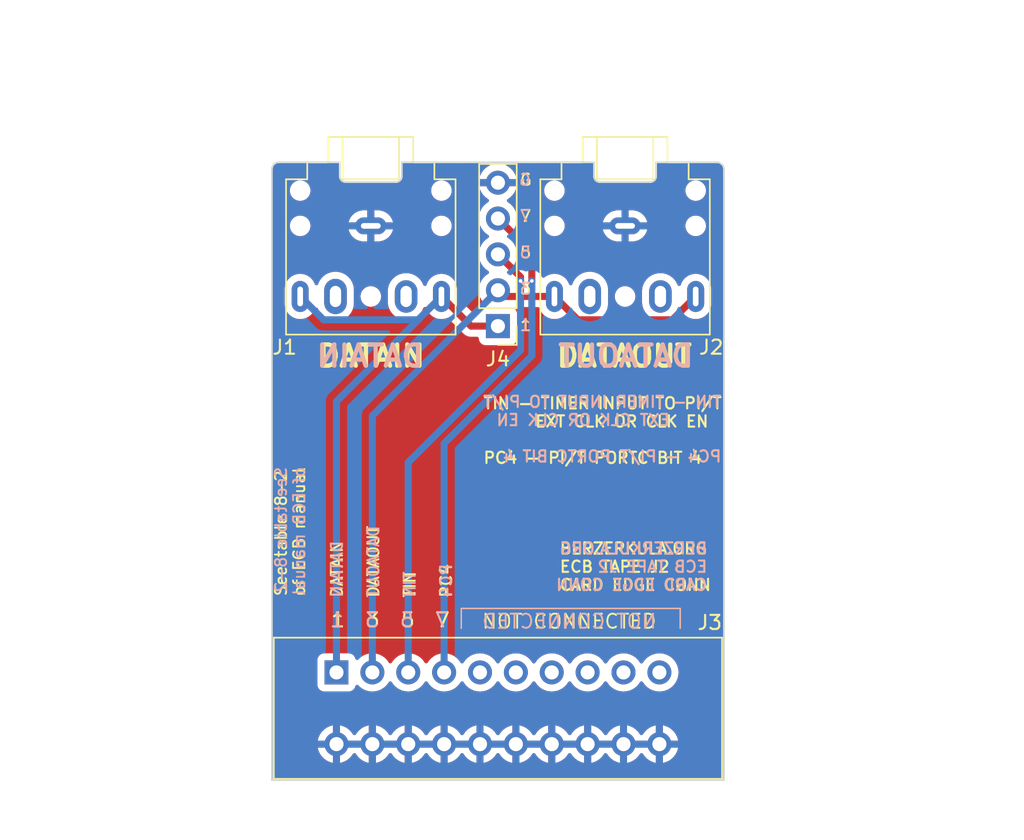
<source format=kicad_pcb>
(kicad_pcb
	(version 20240108)
	(generator "pcbnew")
	(generator_version "8.0")
	(general
		(thickness 1.6)
		(legacy_teardrops no)
	)
	(paper "A4")
	(layers
		(0 "F.Cu" signal)
		(31 "B.Cu" signal)
		(32 "B.Adhes" user "B.Adhesive")
		(33 "F.Adhes" user "F.Adhesive")
		(34 "B.Paste" user)
		(35 "F.Paste" user)
		(36 "B.SilkS" user "B.Silkscreen")
		(37 "F.SilkS" user "F.Silkscreen")
		(38 "B.Mask" user)
		(39 "F.Mask" user)
		(40 "Dwgs.User" user "User.Drawings")
		(41 "Cmts.User" user "User.Comments")
		(42 "Eco1.User" user "User.Eco1")
		(43 "Eco2.User" user "User.Eco2")
		(44 "Edge.Cuts" user)
		(45 "Margin" user)
		(46 "B.CrtYd" user "B.Courtyard")
		(47 "F.CrtYd" user "F.Courtyard")
		(48 "B.Fab" user)
		(49 "F.Fab" user)
		(50 "User.1" user)
		(51 "User.2" user)
		(52 "User.3" user)
		(53 "User.4" user)
		(54 "User.5" user)
		(55 "User.6" user)
		(56 "User.7" user)
		(57 "User.8" user)
		(58 "User.9" user)
	)
	(setup
		(stackup
			(layer "F.SilkS"
				(type "Top Silk Screen")
			)
			(layer "F.Paste"
				(type "Top Solder Paste")
			)
			(layer "F.Mask"
				(type "Top Solder Mask")
				(thickness 0.01)
			)
			(layer "F.Cu"
				(type "copper")
				(thickness 0.035)
			)
			(layer "dielectric 1"
				(type "core")
				(thickness 1.51)
				(material "FR4")
				(epsilon_r 4.5)
				(loss_tangent 0.02)
			)
			(layer "B.Cu"
				(type "copper")
				(thickness 0.035)
			)
			(layer "B.Mask"
				(type "Bottom Solder Mask")
				(thickness 0.01)
			)
			(layer "B.Paste"
				(type "Bottom Solder Paste")
			)
			(layer "B.SilkS"
				(type "Bottom Silk Screen")
			)
			(copper_finish "None")
			(dielectric_constraints no)
		)
		(pad_to_mask_clearance 0.0508)
		(allow_soldermask_bridges_in_footprints no)
		(pcbplotparams
			(layerselection 0x00010fc_ffffffff)
			(plot_on_all_layers_selection 0x0000000_00000000)
			(disableapertmacros no)
			(usegerberextensions no)
			(usegerberattributes yes)
			(usegerberadvancedattributes yes)
			(creategerberjobfile yes)
			(dashed_line_dash_ratio 12.000000)
			(dashed_line_gap_ratio 3.000000)
			(svgprecision 4)
			(plotframeref no)
			(viasonmask no)
			(mode 1)
			(useauxorigin no)
			(hpglpennumber 1)
			(hpglpenspeed 20)
			(hpglpendiameter 15.000000)
			(pdf_front_fp_property_popups yes)
			(pdf_back_fp_property_popups yes)
			(dxfpolygonmode yes)
			(dxfimperialunits yes)
			(dxfusepcbnewfont yes)
			(psnegative no)
			(psa4output no)
			(plotreference yes)
			(plotvalue yes)
			(plotfptext yes)
			(plotinvisibletext no)
			(sketchpadsonfab no)
			(subtractmaskfromsilk no)
			(outputformat 1)
			(mirror no)
			(drillshape 1)
			(scaleselection 1)
			(outputdirectory "")
		)
	)
	(net 0 "")
	(net 1 "/DATAIN")
	(net 2 "/GND")
	(net 3 "/DATAOUT")
	(net 4 "unconnected-(J3-Pin_19-Pad19)")
	(net 5 "unconnected-(J3-Pin_13-Pad13)")
	(net 6 "/PC4")
	(net 7 "unconnected-(J3-Pin_17-Pad17)")
	(net 8 "unconnected-(J3-Pin_15-Pad15)")
	(net 9 "unconnected-(J3-Pin_9-Pad9)")
	(net 10 "/TIN")
	(net 11 "unconnected-(J3-Pin_11-Pad11)")
	(footprint "Connector_PinHeader_2.54mm:PinHeader_1x05_P2.54mm_Vertical" (layer "F.Cu") (at 148 73.1 180))
	(footprint "CinchEdge:TI-H421021-10-3" (layer "F.Cu") (at 148 98.9))
	(footprint "Connector_Audio:Jack_3.5mm_CUI_SJ1-3525N_Horizontal" (layer "F.Cu") (at 157 66 180))
	(footprint "Connector_Audio:Jack_3.5mm_CUI_SJ1-3525N_Horizontal" (layer "F.Cu") (at 139 66 180))
	(gr_line
		(start 145.4 94.5)
		(end 145.4 93.1)
		(stroke
			(width 0.1)
			(type default)
		)
		(layer "B.SilkS")
		(uuid "5bd52033-31b7-4754-9941-257de700a9db")
	)
	(gr_line
		(start 145.4 93.1)
		(end 160.9 93.1)
		(stroke
			(width 0.1)
			(type default)
		)
		(layer "B.SilkS")
		(uuid "a83a1605-1488-4262-830e-9baf281695dd")
	)
	(gr_line
		(start 160.9 93.1)
		(end 160.9 94.5)
		(stroke
			(width 0.1)
			(type default)
		)
		(layer "B.SilkS")
		(uuid "bde97f3f-3dcf-453e-b7ce-0a1628b3f551")
	)
	(gr_line
		(start 145.4 93.1)
		(end 160.9 93.1)
		(stroke
			(width 0.1)
			(type default)
		)
		(layer "F.SilkS")
		(uuid "2542a812-f38e-4548-a7cc-a9c55a6c81b4")
	)
	(gr_line
		(start 160.9 93.1)
		(end 160.9 94.5)
		(stroke
			(width 0.1)
			(type default)
		)
		(layer "F.SilkS")
		(uuid "77a64783-44d1-4364-a573-25c07faff4a8")
	)
	(gr_line
		(start 145.4 94.5)
		(end 145.4 93.1)
		(stroke
			(width 0.1)
			(type default)
		)
		(layer "F.SilkS")
		(uuid "c157aaa1-6e35-41f4-8c91-21f1b30054a9")
	)
	(gr_arc
		(start 163.5 61.5)
		(mid 163.853553 61.646447)
		(end 164 62)
		(stroke
			(width 0.12)
			(type default)
		)
		(layer "Edge.Cuts")
		(uuid "4a63a2dd-0f2e-457b-bbd7-9856692cbe79")
	)
	(gr_line
		(start 132 105.25)
		(end 164 105.25)
		(stroke
			(width 0.12)
			(type default)
		)
		(layer "Edge.Cuts")
		(uuid "6d8600e0-b3fd-49cb-8a85-ba44975df571")
	)
	(gr_arc
		(start 132 62)
		(mid 132.146447 61.646447)
		(end 132.5 61.5)
		(stroke
			(width 0.12)
			(type default)
		)
		(layer "Edge.Cuts")
		(uuid "87f44055-06b4-4381-a48e-0e65c9e3f439")
	)
	(gr_line
		(start 132 62)
		(end 132 105.25)
		(stroke
			(width 0.12)
			(type default)
		)
		(layer "Edge.Cuts")
		(uuid "a2cfcdf3-8c28-4893-8c9e-dfe3fa04568f")
	)
	(gr_line
		(start 164 105.25)
		(end 164 62)
		(stroke
			(width 0.12)
			(type default)
		)
		(layer "Edge.Cuts")
		(uuid "a6a7599c-807e-40ac-a4e1-c19b20cd9267")
	)
	(gr_line
		(start 145.5 61.5)
		(end 150.5 61.5)
		(stroke
			(width 0.12)
			(type default)
		)
		(layer "Edge.Cuts")
		(uuid "ea95b019-931c-4628-a6b7-d9651d1141ee")
	)
	(gr_text "DATAOUT"
		(at 162 76.1 0)
		(layer "B.SilkS")
		(uuid "034ed652-ee83-47f4-aa6d-64389d89cd21")
		(effects
			(font
				(size 1.5 1.5)
				(thickness 0.3)
				(bold yes)
			)
			(justify left bottom mirror)
		)
	)
	(gr_text "G\n\n7\n\n5\n\n3\n\n1"
		(at 150.4 73.5 0)
		(layer "B.SilkS")
		(uuid "1a80632f-cc68-4466-9e91-6fda775def9c")
		(effects
			(font
				(size 0.8 0.8)
				(thickness 0.13)
			)
			(justify left bottom mirror)
		)
	)
	(gr_text "NOT CONNECTED"
		(at 159.3 94.6 0)
		(layer "B.SilkS")
		(uuid "4c7eb5d0-9a22-415c-9f4d-7358640b75b9")
		(effects
			(font
				(size 1 1)
				(thickness 0.13)
			)
			(justify left bottom mirror)
		)
	)
	(gr_text "7  5  3  1"
		(at 144.6 94.5 0)
		(layer "B.SilkS")
		(uuid "7a50ed53-2d6a-4a3c-ba47-1771290949ab")
		(effects
			(font
				(size 1 1)
				(thickness 0.15)
			)
			(justify left bottom mirror)
		)
	)
	(gr_text "DATAIN\n\nDATAOUT\n\nTIN\n\nPC4\n"
		(at 144.8 92.4 90)
		(layer "B.SilkS")
		(uuid "a3259f92-7d07-4084-8261-7104c718f14f")
		(effects
			(font
				(size 0.8 0.8)
				(thickness 0.13)
				(bold yes)
			)
			(justify right bottom mirror)
		)
	)
	(gr_text "See table 8-2\nof ECB manual"
		(at 134.4 83 90)
		(layer "B.SilkS")
		(uuid "b62ffc5c-5d3a-4b08-940a-6b009023feb1")
		(effects
			(font
				(size 0.8 0.8)
				(thickness 0.13)
			)
			(justify left bottom mirror)
		)
	)
	(gr_text "DATAIN"
		(at 142.9 76.1 0)
		(layer "B.SilkS")
		(uuid "bc0a78ea-6c1d-460b-86e9-113a62532150")
		(effects
			(font
				(size 1.5 1.5)
				(thickness 0.3)
				(bold yes)
			)
			(justify left bottom mirror)
		)
	)
	(gr_text "BERZERKULA.ORG\nECB TAPE J2\nCARD EDGE CONN"
		(at 162.9 91.9 0)
		(layer "B.SilkS")
		(uuid "c3df8959-11d3-41e5-bd8e-04335bba13a0")
		(effects
			(font
				(size 0.8 0.8)
				(thickness 0.15)
				(bold yes)
			)
			(justify left bottom mirror)
		)
	)
	(gr_text "TIN - TIMER INPUT TO PI/T\n      EXT CLK OR CLK EN\n\nPC4 - PI/T PORTC BIT 4"
		(at 163.9 82.8 0)
		(layer "B.SilkS")
		(uuid "e950411e-6491-436e-92f5-55280ead33c2")
		(effects
			(font
				(size 0.8 0.8)
				(thickness 0.15)
				(bold yes)
			)
			(justify left bottom mirror)
		)
	)
	(gr_text "1  3  5  7"
		(at 136.1 94.5 0)
		(layer "F.SilkS")
		(uuid "0465328f-6711-46ea-82e5-76d32d2ea0c0")
		(effects
			(font
				(size 1 1)
				(thickness 0.15)
			)
			(justify left bottom)
		)
	)
	(gr_text "DATAIN\n\nDATAOUT\n\nTIN\n\nPC4"
		(at 144.8 92.4 90)
		(layer "F.SilkS")
		(uuid "3089c6ce-d156-420e-a522-226a1d7a4682")
		(effects
			(font
				(size 0.8 0.8)
				(thickness 0.13)
				(bold yes)
			)
			(justify left bottom)
		)
	)
	(gr_text "NOT CONNECTED"
		(at 146.8 94.6 0)
		(layer "F.SilkS")
		(uuid "463474fa-560e-49aa-8c3a-249caeea3823")
		(effects
			(font
				(size 1 1)
				(thickness 0.13)
			)
			(justify left bottom)
		)
	)
	(gr_text "DATAIN"
		(at 135.1 76.1 0)
		(layer "F.SilkS")
		(uuid "7c62ca6a-2c39-4f53-b3fe-25a95c75b939")
		(effects
			(font
				(size 1.5 1.5)
				(thickness 0.3)
				(bold yes)
			)
			(justify left bottom)
		)
	)
	(gr_text "G\n\n7\n\n5\n\n3\n\n1"
		(at 149.5 73.5 0)
		(layer "F.SilkS")
		(uuid "8fd7c6c9-5b5f-492f-97a5-8c4d815de36e")
		(effects
			(font
				(size 0.8 0.8)
				(thickness 0.13)
			)
			(justify left bottom)
		)
	)
	(gr_text "See table 8-2\nof ECB manual"
		(at 134.4 92.3 90)
		(layer "F.SilkS")
		(uuid "bb4bcb52-bb5d-410a-88cb-0e514decd08d")
		(effects
			(font
				(size 0.8 0.8)
				(thickness 0.13)
			)
			(justify left bottom)
		)
	)
	(gr_text "DATAOUT"
		(at 152 76.1 0)
		(layer "F.SilkS")
		(uuid "ce9b4113-4439-4557-ad8e-c25c697b8e12")
		(effects
			(font
				(size 1.5 1.5)
				(thickness 0.3)
				(bold yes)
			)
			(justify left bottom)
		)
	)
	(gr_text "TIN - TIMER INPUT TO PI/T\n      EXT CLK OR CLK EN\n\nPC4 - PI/T PORTC BIT 4"
		(at 146.9 82.9 0)
		(layer "F.SilkS")
		(uuid "d2c281e8-f560-4fdf-a7bc-eaed9fd135a7")
		(effects
			(font
				(size 0.8 0.8)
				(thickness 0.15)
				(bold yes)
			)
			(justify left bottom)
		)
	)
	(gr_text "BERZERKULA.ORG\nECB TAPE J2\nCARD EDGE CONN"
		(at 152.3 91.9 0)
		(layer "F.SilkS")
		(uuid "dc6c30d5-47f1-42bc-bd6b-f354088d1500")
		(effects
			(font
				(size 0.8 0.8)
				(thickness 0.15)
				(bold yes)
			)
			(justify left bottom)
		)
	)
	(segment
		(start 144 71)
		(end 146.1 73.1)
		(width 0.5)
		(layer "F.Cu")
		(net 1)
		(uuid "8555d9fc-f360-4170-bbdc-9b7cb90a21a9")
	)
	(segment
		(start 146.1 73.1)
		(end 148 73.1)
		(width 0.5)
		(layer "F.Cu")
		(net 1)
		(uuid "9209d6b6-c465-4158-94f4-88dfde16ffdc")
	)
	(segment
		(start 136.57 78.43)
		(end 142.3476 72.6524)
		(width 0.5)
		(layer "B.Cu")
		(net 1)
		(uuid "0e9fe7ff-45d4-47fc-a578-3d9b9aefb068")
	)
	(segment
		(start 144 71)
		(end 142.3476 72.6524)
		(width 0.5)
		(layer "B.Cu")
		(net 1)
		(uuid "5299dd2b-b1cd-4739-8308-a4d3cdfd8de8")
	)
	(segment
		(start 142.3476 72.6524)
		(end 135.6524 72.6524)
		(width 0.5)
		(layer "B.Cu")
		(net 1)
		(uuid "713f8887-7204-49c2-80de-380608e38220")
	)
	(segment
		(start 136.57 97.63)
		(end 136.57 78.43)
		(width 0.5)
		(layer "B.Cu")
		(net 1)
		(uuid "ad25162e-df2e-4759-9861-b0bcd931b11f")
	)
	(segment
		(start 135.6524 72.6524)
		(end 134 71)
		(width 0.5)
		(layer "B.Cu")
		(net 1)
		(uuid "f072af58-12f3-4a1c-a7ad-5c25fca192a9")
	)
	(segment
		(start 160.3476 72.6524)
		(end 162 71)
		(width 0.5)
		(layer "F.Cu")
		(net 3)
		(uuid "0ab9cd28-e95f-4372-a8bf-7f41204d1504")
	)
	(segment
		(start 153.6524 72.6524)
		(end 160.3476 72.6524)
		(width 0.5)
		(layer "F.Cu")
		(net 3)
		(uuid "25867f54-6896-42ec-8423-df563774d3a1")
	)
	(segment
		(start 152 71)
		(end 148.44 71)
		(width 0.5)
		(layer "F.Cu")
		(net 3)
		(uuid "d7037457-2d42-48d5-ab1b-194b23148c9f")
	)
	(segment
		(start 152 71)
		(end 153.6524 72.6524)
		(width 0.5)
		(layer "F.Cu")
		(net 3)
		(uuid "f0710f24-5029-4058-814b-f44c5153ee7b")
	)
	(segment
		(start 139.11 79.45)
		(end 139.11 97.63)
		(width 0.5)
		(layer "B.Cu")
		(net 3)
		(uuid "0a937a07-e13e-4f0b-9d0f-605ffbd9b61e")
	)
	(segment
		(start 148.44 71)
		(end 148 70.56)
		(width 0.5)
		(layer "B.Cu")
		(net 3)
		(uuid "57a4e900-9b04-4cd1-a56d-821aab08d46a")
	)
	(segment
		(start 139.1 97.62)
		(end 139.11 97.63)
		(width 0.5)
		(layer "B.Cu")
		(net 3)
		(uuid "de3af09c-c3d4-424e-951a-4411952a07a6")
	)
	(segment
		(start 148 70.56)
		(end 139.11 79.45)
		(width 0.5)
		(layer "B.Cu")
		(net 3)
		(uuid "f5bc27f8-c60a-409a-bf2a-ca30c961d64d")
	)
	(segment
		(start 150.4 67.88)
		(end 150.4 69.9)
		(width 0.5)
		(layer "F.Cu")
		(net 6)
		(uuid "9a014cbc-1fdc-4ed2-97fc-8154138db4b1")
	)
	(segment
		(start 148 65.48)
		(end 150.4 67.88)
		(width 0.5)
		(layer "F.Cu")
		(net 6)
		(uuid "cd86be5d-7d53-4a58-80b2-0c8998942eec")
	)
	(via
		(at 150.4 69.9)
		(size 0.508)
		(drill 0.254)
		(layers "F.Cu" "B.Cu")
		(net 6)
		(uuid "6bf6b253-39d3-48ee-b4fe-945f3e84b239")
	)
	(segment
		(start 150.4 75.2)
		(end 150.4 69.9)
		(width 0.5)
		(layer "B.Cu")
		(net 6)
		(uuid "0675ca30-50ab-4cd2-a592-a94bfc6a6540")
	)
	(segment
		(start 144.19 97.63)
		(end 144.19 81.41)
		(width 0.5)
		(layer "B.Cu")
		(net 6)
		(uuid "6ce8f13a-be88-400b-8aba-04e6f3e01026")
	)
	(segment
		(start 144.19 81.41)
		(end 150.4 75.2)
		(width 0.5)
		(layer "B.Cu")
		(net 6)
		(uuid "ab7590e8-020a-48e5-903f-5dd6eac84974")
	)
	(segment
		(start 148 68.02)
		(end 149.6 69.62)
		(width 0.5)
		(layer "F.Cu")
		(net 10)
		(uuid "63d56462-80ca-44a4-8fe6-d090b531bab9")
	)
	(segment
		(start 149.6 69.62)
		(end 149.6 69.9)
		(width 0.5)
		(layer "F.Cu")
		(net 10)
		(uuid "f6322246-324b-4824-9a57-dfe525f33e1b")
	)
	(via
		(at 149.6 69.9)
		(size 0.508)
		(drill 0.254)
		(layers "F.Cu" "B.Cu")
		(net 10)
		(uuid "8ef473a5-b755-4897-a815-c288a5bfcbb0")
	)
	(segment
		(start 149.6 74.8)
		(end 149.6 69.9)
		(width 0.5)
		(layer "B.Cu")
		(net 10)
		(uuid "2826d579-194a-4e68-a80a-c7053392f0a0")
	)
	(segment
		(start 141.65 97.63)
		(end 141.65 82.75)
		(width 0.5)
		(layer "B.Cu")
		(net 10)
		(uuid "4c8f5037-a419-4be7-9186-40e282575cf4")
	)
	(segment
		(start 141.65 82.75)
		(end 149.6 74.8)
		(width 0.5)
		(layer "B.Cu")
		(net 10)
		(uuid "e1396042-e3ed-4ecb-8cba-57c96f69912c")
	)
	(zone
		(net 2)
		(net_name "/GND")
		(layers "F.Cu" "B.Cu")
		(uuid "cf378071-4ac2-4c02-8868-8da687e3967f")
		(hatch edge 0.5)
		(connect_pads
			(clearance 0.5)
		)
		(min_thickness 0.25)
		(filled_areas_thickness no)
		(fill yes
			(thermal_gap 0.5)
			(thermal_bridge_width 0.5)
		)
		(polygon
			(pts
				(xy 112.75 50) (xy 185.25 50.25) (xy 185 109.5) (xy 112.75 109.5)
			)
		)
		(filled_polygon
			(layer "F.Cu")
			(pts
				(xy 138.644075 102.517007) (xy 138.61 102.644174) (xy 138.61 102.775826) (xy 138.644075 102.902993)
				(xy 138.676988 102.96) (xy 137.003012 102.96) (xy 137.035925 102.902993) (xy 137.07 102.775826)
				(xy 137.07 102.644174) (xy 137.035925 102.517007) (xy 137.003012 102.46) (xy 138.676988 102.46)
			)
		)
		(filled_polygon
			(layer "F.Cu")
			(pts
				(xy 141.184075 102.517007) (xy 141.15 102.644174) (xy 141.15 102.775826) (xy 141.184075 102.902993)
				(xy 141.216988 102.96) (xy 139.543012 102.96) (xy 139.575925 102.902993) (xy 139.61 102.775826)
				(xy 139.61 102.644174) (xy 139.575925 102.517007) (xy 139.543012 102.46) (xy 141.216988 102.46)
			)
		)
		(filled_polygon
			(layer "F.Cu")
			(pts
				(xy 143.724075 102.517007) (xy 143.69 102.644174) (xy 143.69 102.775826) (xy 143.724075 102.902993)
				(xy 143.756988 102.96) (xy 142.083012 102.96) (xy 142.115925 102.902993) (xy 142.15 102.775826)
				(xy 142.15 102.644174) (xy 142.115925 102.517007) (xy 142.083012 102.46) (xy 143.756988 102.46)
			)
		)
		(filled_polygon
			(layer "F.Cu")
			(pts
				(xy 146.264075 102.517007) (xy 146.23 102.644174) (xy 146.23 102.775826) (xy 146.264075 102.902993)
				(xy 146.296988 102.96) (xy 144.623012 102.96) (xy 144.655925 102.902993) (xy 144.69 102.775826)
				(xy 144.69 102.644174) (xy 144.655925 102.517007) (xy 144.623012 102.46) (xy 146.296988 102.46)
			)
		)
		(filled_polygon
			(layer "F.Cu")
			(pts
				(xy 148.804075 102.517007) (xy 148.77 102.644174) (xy 148.77 102.775826) (xy 148.804075 102.902993)
				(xy 148.836988 102.96) (xy 147.163012 102.96) (xy 147.195925 102.902993) (xy 147.23 102.775826)
				(xy 147.23 102.644174) (xy 147.195925 102.517007) (xy 147.163012 102.46) (xy 148.836988 102.46)
			)
		)
		(filled_polygon
			(layer "F.Cu")
			(pts
				(xy 151.344075 102.517007) (xy 151.31 102.644174) (xy 151.31 102.775826) (xy 151.344075 102.902993)
				(xy 151.376988 102.96) (xy 149.703012 102.96) (xy 149.735925 102.902993) (xy 149.77 102.775826)
				(xy 149.77 102.644174) (xy 149.735925 102.517007) (xy 149.703012 102.46) (xy 151.376988 102.46)
			)
		)
		(filled_polygon
			(layer "F.Cu")
			(pts
				(xy 153.884075 102.517007) (xy 153.85 102.644174) (xy 153.85 102.775826) (xy 153.884075 102.902993)
				(xy 153.916988 102.96) (xy 152.243012 102.96) (xy 152.275925 102.902993) (xy 152.31 102.775826)
				(xy 152.31 102.644174) (xy 152.275925 102.517007) (xy 152.243012 102.46) (xy 153.916988 102.46)
			)
		)
		(filled_polygon
			(layer "F.Cu")
			(pts
				(xy 156.424075 102.517007) (xy 156.39 102.644174) (xy 156.39 102.775826) (xy 156.424075 102.902993)
				(xy 156.456988 102.96) (xy 154.783012 102.96) (xy 154.815925 102.902993) (xy 154.85 102.775826)
				(xy 154.85 102.644174) (xy 154.815925 102.517007) (xy 154.783012 102.46) (xy 156.456988 102.46)
			)
		)
		(filled_polygon
			(layer "F.Cu")
			(pts
				(xy 158.964075 102.517007) (xy 158.93 102.644174) (xy 158.93 102.775826) (xy 158.964075 102.902993)
				(xy 158.996988 102.96) (xy 157.323012 102.96) (xy 157.355925 102.902993) (xy 157.39 102.775826)
				(xy 157.39 102.644174) (xy 157.355925 102.517007) (xy 157.323012 102.46) (xy 158.996988 102.46)
			)
		)
		(filled_polygon
			(layer "F.Cu")
			(pts
				(xy 136.743039 61.519685) (xy 136.788794 61.572489) (xy 136.8 61.624) (xy 136.8 62.500008) (xy 136.802461 62.562959)
				(xy 136.802461 62.562961) (xy 136.841375 62.682725) (xy 136.841377 62.68273) (xy 136.846659 62.69)
				(xy 136.915394 62.784606) (xy 137.017272 62.858624) (xy 137.137036 62.897538) (xy 137.152777 62.898153)
				(xy 137.199991 62.9) (xy 140.8 62.9) (xy 140.800009 62.9) (xy 140.840476 62.898417) (xy 140.862964 62.897538)
				(xy 140.982728 62.858624) (xy 141.084606 62.784606) (xy 141.158624 62.682728) (xy 141.197538 62.562964)
				(xy 141.2 62.5) (xy 141.2 61.624) (xy 141.219685 61.556961) (xy 141.272489 61.511206) (xy 141.324 61.5)
				(xy 147.33439 61.5) (xy 147.401429 61.519685) (xy 147.447184 61.572489) (xy 147.457128 61.641647)
				(xy 147.428103 61.705203) (xy 147.386795 61.736382) (xy 147.322422 61.766399) (xy 147.32242 61.7664)
				(xy 147.128926 61.901886) (xy 147.12892 61.901891) (xy 146.961891 62.06892) (xy 146.961886 62.068926)
				(xy 146.8264 62.26242) (xy 146.826399 62.262422) (xy 146.72657 62.476507) (xy 146.726567 62.476513)
				(xy 146.669364 62.689999) (xy 146.669364 62.69) (xy 147.566988 62.69) (xy 147.534075 62.747007)
				(xy 147.5 62.874174) (xy 147.5 63.005826) (xy 147.534075 63.132993) (xy 147.566988 63.19) (xy 146.669364 63.19)
				(xy 146.726567 63.403486) (xy 146.72657 63.403492) (xy 146.826399 63.617578) (xy 146.961894 63.811082)
				(xy 147.128917 63.978105) (xy 147.314595 64.108119) (xy 147.358219 64.162696) (xy 147.365412 64.232195)
				(xy 147.33389 64.294549) (xy 147.314595 64.311269) (xy 147.128594 64.441508) (xy 146.961505 64.608597)
				(xy 146.825965 64.802169) (xy 146.825964 64.802171) (xy 146.726098 65.016335) (xy 146.726094 65.016344)
				(xy 146.664938 65.244586) (xy 146.664936 65.244596) (xy 146.644341 65.479999) (xy 146.644341 65.48)
				(xy 146.664936 65.715403) (xy 146.664938 65.715413) (xy 146.726094 65.943655) (xy 146.726096 65.943659)
				(xy 146.726097 65.943663) (xy 146.805196 66.113291) (xy 146.825965 66.15783) (xy 146.825967 66.157834)
				(xy 146.961501 66.351395) (xy 146.961506 66.351402) (xy 147.128597 66.518493) (xy 147.128603 66.518498)
				(xy 147.314158 66.648425) (xy 147.357783 66.703002) (xy 147.364977 66.7725) (xy 147.333454 66.834855)
				(xy 147.314158 66.851575) (xy 147.128597 66.981505) (xy 146.961505 67.148597) (xy 146.825965 67.342169)
				(xy 146.825964 67.342171) (xy 146.726098 67.556335) (xy 146.726094 67.556344) (xy 146.664938 67.784586)
				(xy 146.664936 67.784596) (xy 146.644341 68.019999) (xy 146.644341 68.02) (xy 146.664936 68.255403)
				(xy 146.664938 68.255413) (xy 146.726094 68.483655) (xy 146.726096 68.483659) (xy 146.726097 68.483663)
				(xy 146.784138 68.608132) (xy 146.825965 68.69783) (xy 146.825967 68.697834) (xy 146.961501 68.891395)
				(xy 146.961506 68.891402) (xy 147.128597 69.058493) (xy 147.128603 69.058498) (xy 147.314158 69.188425)
				(xy 147.357783 69.243002) (xy 147.364977 69.3125) (xy 147.333454 69.374855) (xy 147.314158 69.391575)
				(xy 147.128597 69.521505) (xy 146.961505 69.688597) (xy 146.825965 69.882169) (xy 146.825964 69.882171)
				(xy 146.726098 70.096335) (xy 146.726094 70.096344) (xy 146.664938 70.324586) (xy 146.664936 70.324596)
				(xy 146.644341 70.559999) (xy 146.644341 70.56) (xy 146.664936 70.795403) (xy 146.664938 70.795413)
				(xy 146.726094 71.023655) (xy 146.726096 71.023659) (xy 146.726097 71.023663) (xy 146.779475 71.138132)
				(xy 146.825965 71.23783) (xy 146.825967 71.237834) (xy 146.961501 71.431395) (xy 146.961506 71.431402)
				(xy 147.08343 71.553326) (xy 147.116915 71.614649) (xy 147.111931 71.684341) (xy 147.070059 71.740274)
				(xy 147.039083 71.757189) (xy 146.907669 71.806203) (xy 146.907664 71.806206) (xy 146.792455 71.892452)
				(xy 146.792452 71.892455) (xy 146.706206 72.007664) (xy 146.706202 72.007671) (xy 146.655908 72.142517)
				(xy 146.649501 72.202116) (xy 146.649501 72.202123) (xy 146.6495 72.202135) (xy 146.6495 72.2255)
				(xy 146.629815 72.292539) (xy 146.577011 72.338294) (xy 146.5255 72.3495) (xy 146.462229 72.3495)
				(xy 146.39519 72.329815) (xy 146.374548 72.313181) (xy 145.136819 71.075451) (xy 145.103334 71.014128)
				(xy 145.1005 70.98777) (xy 145.1005 70.413389) (xy 145.089742 70.345465) (xy 145.073402 70.242299)
				(xy 145.019873 70.077555) (xy 144.941232 69.923212) (xy 144.839414 69.783072) (xy 144.716928 69.660586)
				(xy 144.576788 69.558768) (xy 144.422445 69.480127) (xy 144.257701 69.426598) (xy 144.257699 69.426597)
				(xy 144.257698 69.426597) (xy 144.126271 69.405781) (xy 144.086611 69.3995) (xy 143.913389 69.3995)
				(xy 143.873728 69.405781) (xy 143.742302 69.426597) (xy 143.577552 69.480128) (xy 143.423211 69.558768)
				(xy 143.347386 69.613859) (xy 143.283072 69.660586) (xy 143.28307 69.660588) (xy 143.283069 69.660588)
				(xy 143.160588 69.783069) (xy 143.160588 69.78307) (xy 143.160586 69.783072) (xy 143.146267 69.802781)
				(xy 143.058768 69.923211) (xy 142.980128 70.07755) (xy 142.948708 70.174253) (xy 142.90927 70.231928)
				(xy 142.844911 70.259126) (xy 142.776065 70.247211) (xy 142.724589 70.199967) (xy 142.712847 70.174256)
				(xy 142.70522 70.150781) (xy 142.705218 70.150778) (xy 142.705218 70.150776) (xy 142.654265 70.050776)
				(xy 142.612287 69.96839) (xy 142.549646 69.882171) (xy 142.491971 69.802786) (xy 142.347213 69.658028)
				(xy 142.181613 69.537715) (xy 142.181612 69.537714) (xy 142.18161 69.537713) (xy 142.124653 69.508691)
				(xy 141.999223 69.444781) (xy 141.804534 69.381522) (xy 141.629995 69.353878) (xy 141.602352 69.3495)
				(xy 141.397648 69.3495) (xy 141.373329 69.353351) (xy 141.195465 69.381522) (xy 141.000776 69.444781)
				(xy 140.818386 69.537715) (xy 140.652786 69.658028) (xy 140.508028 69.802786) (xy 140.387715 69.968386)
				(xy 140.294781 70.150776) (xy 140.231522 70.345465) (xy 140.1995 70.547648) (xy 140.1995 71.452351)
				(xy 140.231522 71.654534) (xy 140.294781 71.849223) (xy 140.358691 71.974653) (xy 140.375515 72.007671)
				(xy 140.387715 72.031613) (xy 140.508028 72.197213) (xy 140.652786 72.341971) (xy 140.78941 72.441232)
				(xy 140.81839 72.462287) (xy 140.90752 72.507701) (xy 141.000776 72.555218) (xy 141.000778 72.555218)
				(xy 141.000781 72.55522) (xy 141.105137 72.589127) (xy 141.195465 72.618477) (xy 141.296557 72.634488)
				(xy 141.397648 72.6505) (xy 141.397649 72.6505) (xy 141.602351 72.6505) (xy 141.602352 72.6505)
				(xy 141.804534 72.618477) (xy 141.999219 72.55522) (xy 142.18161 72.462287) (xy 142.27459 72.394732)
				(xy 142.347213 72.341971) (xy 142.347215 72.341968) (xy 142.347219 72.341966) (xy 142.491966 72.197219)
				(xy 142.491968 72.197215) (xy 142.491971 72.197213) (xy 142.544732 72.12459) (xy 142.612287 72.03161)
				(xy 142.70522 71.849219) (xy 142.712846 71.825747) (xy 142.752283 71.768072) (xy 142.816641 71.740873)
				(xy 142.885488 71.752787) (xy 142.936964 71.800031) (xy 142.948706 71.825744) (xy 142.980127 71.922445)
				(xy 143.058768 72.076788) (xy 143.160586 72.216928) (xy 143.283072 72.339414) (xy 143.423212 72.441232)
				(xy 143.577555 72.519873) (xy 143.742299 72.573402) (xy 143.913389 72.6005) (xy 143.91339 72.6005)
				(xy 144.08661 72.6005) (xy 144.086611 72.6005) (xy 144.257701 72.573402) (xy 144.377397 72.534509)
				(xy 144.447233 72.532514) (xy 144.503392 72.56476) (xy 145.517048 73.578415) (xy 145.517049 73.578416)
				(xy 145.621584 73.682951) (xy 145.621585 73.682952) (xy 145.744498 73.76508) (xy 145.744511 73.765087)
				(xy 145.881082 73.821656) (xy 145.881087 73.821658) (xy 145.881091 73.821658) (xy 145.881092 73.821659)
				(xy 146.026079 73.8505) (xy 146.026082 73.8505) (xy 146.525501 73.8505) (xy 146.59254 73.870185)
				(xy 146.638295 73.922989) (xy 146.649501 73.9745) (xy 146.649501 73.997876) (xy 146.655908 74.057483)
				(xy 146.706202 74.192328) (xy 146.706206 74.192335) (xy 146.792452 74.307544) (xy 146.792455 74.307547)
				(xy 146.907664 74.393793) (xy 146.907671 74.393797) (xy 147.042517 74.444091) (xy 147.042516 74.444091)
				(xy 147.049444 74.444835) (xy 147.102127 74.4505) (xy 148.897872 74.450499) (xy 148.957483 74.444091)
				(xy 149.092331 74.393796) (xy 149.207546 74.307546) (xy 149.293796 74.192331) (xy 149.344091 74.057483)
				(xy 149.3505 73.997873) (xy 149.350499 72.202128) (xy 149.344091 72.142517) (xy 149.302725 72.03161)
				(xy 149.293797 72.007671) (xy 149.293795 72.007668) (xy 149.250043 71.949223) (xy 149.249734 71.94881)
				(xy 149.225317 71.883348) (xy 149.240168 71.815075) (xy 149.289573 71.765669) (xy 149.349001 71.7505)
				(xy 150.834167 71.7505) (xy 150.901206 71.770185) (xy 150.946961 71.822989) (xy 150.952098 71.836181)
				(xy 150.980128 71.922449) (xy 151.02355 72.007669) (xy 151.058768 72.076788) (xy 151.160586 72.216928)
				(xy 151.283072 72.339414) (xy 151.423212 72.441232) (xy 151.577555 72.519873) (xy 151.742299 72.573402)
				(xy 151.913389 72.6005) (xy 151.91339 72.6005) (xy 152.08661 72.6005) (xy 152.086611 72.6005) (xy 152.257701 72.573402)
				(xy 152.377397 72.534509) (xy 152.447233 72.532514) (xy 152.503392 72.56476) (xy 153.069448 73.130815)
				(xy 153.069449 73.130816) (xy 153.173983 73.23535) (xy 153.173985 73.235352) (xy 153.296898 73.31748)
				(xy 153.296911 73.317487) (xy 153.433482 73.374056) (xy 153.433487 73.374058) (xy 153.433491 73.374058)
				(xy 153.433492 73.374059) (xy 153.578479 73.4029) (xy 153.578482 73.4029) (xy 160.42152 73.4029)
				(xy 160.519062 73.383496) (xy 160.566513 73.374058) (xy 160.703095 73.317484) (xy 160.752329 73.284586)
				(xy 160.826016 73.235352) (xy 161.496608 72.564758) (xy 161.557929 72.531275) (xy 161.622602 72.534509)
				(xy 161.742299 72.573402) (xy 161.913389 72.6005) (xy 161.91339 72.6005) (xy 162.08661 72.6005)
				(xy 162.086611 72.6005) (xy 162.257701 72.573402) (xy 162.422445 72.519873) (xy 162.576788 72.441232)
				(xy 162.716928 72.339414) (xy 162.839414 72.216928) (xy 162.941232 72.076788) (xy 163.019873 71.922445)
				(xy 163.073402 71.757701) (xy 163.1005 71.586611) (xy 163.1005 70.413389) (xy 163.073402 70.242299)
				(xy 163.019873 70.077555) (xy 162.941232 69.923212) (xy 162.839414 69.783072) (xy 162.716928 69.660586)
				(xy 162.576788 69.558768) (xy 162.422445 69.480127) (xy 162.257701 69.426598) (xy 162.257699 69.426597)
				(xy 162.257698 69.426597) (xy 162.126271 69.405781) (xy 162.086611 69.3995) (xy 161.913389 69.3995)
				(xy 161.873728 69.405781) (xy 161.742302 69.426597) (xy 161.577552 69.480128) (xy 161.423211 69.558768)
				(xy 161.347386 69.613859) (xy 161.283072 69.660586) (xy 161.28307 69.660588) (xy 161.283069 69.660588)
				(xy 161.160588 69.783069) (xy 161.160588 69.78307) (xy 161.160586 69.783072) (xy 161.146267 69.802781)
				(xy 161.058768 69.923211) (xy 160.980128 70.07755) (xy 160.948708 70.174253) (xy 160.90927 70.231928)
				(xy 160.844911 70.259126) (xy 160.776065 70.247211) (xy 160.724589 70.199967) (xy 160.712847 70.174256)
				(xy 160.70522 70.150781) (xy 160.705218 70.150778) (xy 160.705218 70.150776) (xy 160.654265 70.050776)
				(xy 160.612287 69.96839) (xy 160.549646 69.882171) (xy 160.491971 69.802786) (xy 160.347213 69.658028)
				(xy 160.181613 69.537715) (xy 160.181612 69.537714) (xy 160.18161 69.537713) (xy 160.124653 69.508691)
				(xy 159.999223 69.444781) (xy 159.804534 69.381522) (xy 159.629995 69.353878) (xy 159.602352 69.3495)
				(xy 159.397648 69.3495) (xy 159.373329 69.353351) (xy 159.195465 69.381522) (xy 159.000776 69.444781)
				(xy 158.818386 69.537715) (xy 158.652786 69.658028) (xy 158.508028 69.802786) (xy 158.387715 69.968386)
				(xy 158.294781 70.150776) (xy 158.231522 70.345465) (xy 158.201306 70.536246) (xy 158.1995 70.547648)
				(xy 158.1995 71.452352) (xy 158.215339 71.552351) (xy 158.231523 71.654535) (xy 158.231523 71.654538)
				(xy 158.259156 71.739582) (xy 158.261151 71.809423) (xy 158.225071 71.869256) (xy 158.16237 71.900084)
				(xy 158.141225 71.9019) (xy 157.34706 71.9019) (xy 157.280021 71.882215) (xy 157.234266 71.829411)
				(xy 157.224322 71.760253) (xy 157.253347 71.696697) (xy 157.299607 71.663339) (xy 157.301174 71.662689)
				(xy 157.3446 71.644702) (xy 157.463754 71.565086) (xy 157.565086 71.463754) (xy 157.644702 71.3446)
				(xy 157.699543 71.212204) (xy 157.7275 71.071652) (xy 157.7275 70.928348) (xy 157.699543 70.787796)
				(xy 157.644702 70.6554) (xy 157.6447 70.655397) (xy 157.644698 70.655393) (xy 157.565086 70.536246)
				(xy 157.565083 70.536242) (xy 157.463757 70.434916) (xy 157.463753 70.434913) (xy 157.344606 70.355301)
				(xy 157.344596 70.355296) (xy 157.212204 70.300457) (xy 157.212196 70.300455) (xy 157.071656 70.2725)
				(xy 157.071652 70.2725) (xy 156.928348 70.2725) (xy 156.928343 70.2725) (xy 156.787803 70.300455)
				(xy 156.787795 70.300457) (xy 156.655403 70.355296) (xy 156.655393 70.355301) (xy 156.536246 70.434913)
				(xy 156.536242 70.434916) (xy 156.434916 70.536242) (xy 156.434913 70.536246) (xy 156.355301 70.655393)
				(xy 156.355296 70.655403) (xy 156.300457 70.787795) (xy 156.300455 70.787803) (xy 156.2725 70.928343)
				(xy 156.2725 71.071656) (xy 156.300455 71.212196) (xy 156.300457 71.212204) (xy 156.355296 71.344596)
				(xy 156.355301 71.344606) (xy 156.434913 71.463753) (xy 156.434916 71.463757) (xy 156.536242 71.565083)
				(xy 156.536246 71.565086) (xy 156.655393 71.644698) (xy 156.655397 71.6447) (xy 156.6554 71.644702)
				(xy 156.679136 71.654534) (xy 156.700393 71.663339) (xy 156.754796 71.70718) (xy 156.776861 71.773474)
				(xy 156.759582 71.841174) (xy 156.708444 71.888784) (xy 156.65294 71.9019) (xy 155.890322 71.9019)
				(xy 155.823283 71.882215) (xy 155.777528 71.829411) (xy 155.767584 71.760253) (xy 155.767849 71.758502)
				(xy 155.798483 71.565086) (xy 155.8005 71.552352) (xy 155.8005 70.447648) (xy 155.795074 70.413389)
				(xy 155.768477 70.245465) (xy 155.713919 70.077555) (xy 155.70522 70.050781) (xy 155.705218 70.050778)
				(xy 155.705218 70.050776) (xy 155.671503 69.984607) (xy 155.612287 69.86839) (xy 155.604556 69.857749)
				(xy 155.491971 69.702786) (xy 155.347213 69.558028) (xy 155.181613 69.437715) (xy 155.181612 69.437714)
				(xy 155.18161 69.437713) (xy 155.106613 69.3995) (xy 154.999223 69.344781) (xy 154.804534 69.281522)
				(xy 154.629995 69.253878) (xy 154.602352 69.2495) (xy 154.397648 69.2495) (xy 154.373329 69.253351)
				(xy 154.195465 69.281522) (xy 154.000776 69.344781) (xy 153.818386 69.437715) (xy 153.652786 69.558028)
				(xy 153.508028 69.702786) (xy 153.387715 69.868386) (xy 153.294779 70.05078) (xy 153.270906 70.124254)
				(xy 153.231468 70.181929) (xy 153.167109 70.209126) (xy 153.098263 70.197211) (xy 153.046788 70.149966)
				(xy 153.035046 70.124255) (xy 153.019873 70.077555) (xy 152.941232 69.923212) (xy 152.839414 69.783072)
				(xy 152.716928 69.660586) (xy 152.576788 69.558768) (xy 152.422445 69.480127) (xy 152.257701 69.426598)
				(xy 152.257699 69.426597) (xy 152.257698 69.426597) (xy 152.126271 69.405781) (xy 152.086611 69.3995)
				(xy 151.913389 69.3995) (xy 151.873728 69.405781) (xy 151.742302 69.426597) (xy 151.577552 69.480128)
				(xy 151.423208 69.55877) (xy 151.347385 69.613859) (xy 151.281579 69.637339) (xy 151.213525 69.621514)
				(xy 151.16483 69.571408) (xy 151.1505 69.513541) (xy 151.1505 67.80608) (xy 151.1443 67.774915)
				(xy 151.135001 67.728165) (xy 151.121659 67.661088) (xy 151.067408 67.530117) (xy 151.065764 67.525522)
				(xy 150.982954 67.401588) (xy 150.982953 67.401587) (xy 150.982951 67.401584) (xy 150.878416 67.297049)
				(xy 149.509711 65.928343) (xy 151.2725 65.928343) (xy 151.2725 66.071656) (xy 151.300455 66.212196)
				(xy 151.300457 66.212204) (xy 151.355296 66.344596) (xy 151.355301 66.344606) (xy 151.434913 66.463753)
				(xy 151.434916 66.463757) (xy 151.536242 66.565083) (xy 151.536246 66.565086) (xy 151.655393 66.644698)
				(xy 151.655397 66.6447) (xy 151.6554 66.644702) (xy 151.787796 66.699543) (xy 151.928343 66.727499)
				(xy 151.928347 66.7275) (xy 151.928348 66.7275) (xy 152.071653 66.7275) (xy 152.071654 66.727499)
				(xy 152.212204 66.699543) (xy 152.3446 66.644702) (xy 152.463754 66.565086) (xy 152.565086 66.463754)
				(xy 152.644702 66.3446) (xy 152.683887 66.25) (xy 155.425885 66.25) (xy 155.427085 66.257584) (xy 155.480591 66.422255)
				(xy 155.559195 66.576524) (xy 155.660967 66.716602) (xy 155.783397 66.839032) (xy 155.923475 66.940804)
				(xy 156.077742 67.019408) (xy 156.242415 67.072914) (xy 156.413429 67.1) (xy 156.75 67.1) (xy 157.25 67.1)
				(xy 157.586571 67.1) (xy 157.757584 67.072914) (xy 157.922257 67.019408) (xy 158.076524 66.940804)
				(xy 158.216602 66.839032) (xy 158.339032 66.716602) (xy 158.440804 66.576524) (xy 158.519408 66.422255)
				(xy 158.572914 66.257584) (xy 158.574115 66.25) (xy 157.25 66.25) (xy 157.25 67.1) (xy 156.75 67.1)
				(xy 156.75 66.25) (xy 155.425885 66.25) (xy 152.683887 66.25) (xy 152.699543 66.212204) (xy 152.7275 66.071652)
				(xy 152.7275 65.960218) (xy 156.3 65.960218) (xy 156.3 66.039782) (xy 156.330448 66.113291) (xy 156.386709 66.169552)
				(xy 156.460218 66.2) (xy 157.539782 66.2) (xy 157.613291 66.169552) (xy 157.669552 66.113291) (xy 157.7 66.039782)
				(xy 157.7 65.960218) (xy 157.686797 65.928343) (xy 161.2725 65.928343) (xy 161.2725 66.071656) (xy 161.300455 66.212196)
				(xy 161.300457 66.212204) (xy 161.355296 66.344596) (xy 161.355301 66.344606) (xy 161.434913 66.463753)
				(xy 161.434916 66.463757) (xy 161.536242 66.565083) (xy 161.536246 66.565086) (xy 161.655393 66.644698)
				(xy 161.655397 66.6447) (xy 161.6554 66.644702) (xy 161.787796 66.699543) (xy 161.928343 66.727499)
				(xy 161.928347 66.7275) (xy 161.928348 66.7275) (xy 162.071653 66.7275) (xy 162.071654 66.727499)
				(xy 162.212204 66.699543) (xy 162.3446 66.644702) (xy 162.463754 66.565086) (xy 162.565086 66.463754)
				(xy 162.644702 66.3446) (xy 162.699543 66.212204) (xy 162.7275 66.071652) (xy 162.7275 65.928348)
				(xy 162.699543 65.787796) (xy 162.644702 65.6554) (xy 162.6447 65.655397) (xy 162.644698 65.655393)
				(xy 162.565086 65.536246) (xy 162.565083 65.536242) (xy 162.463757 65.434916) (xy 162.463753 65.434913)
				(xy 162.344606 65.355301) (xy 162.344596 65.355296) (xy 162.212204 65.300457) (xy 162.212196 65.300455)
				(xy 162.071656 65.2725) (xy 162.071652 65.2725) (xy 161.928348 65.2725) (xy 161.928343 65.2725)
				(xy 161.787803 65.300455) (xy 161.787795 65.300457) (xy 161.655403 65.355296) (xy 161.655393 65.355301)
				(xy 161.536246 65.434913) (xy 161.536242 65.434916) (xy 161.434916 65.536242) (xy 161.434913 65.536246)
				(xy 161.355301 65.655393) (xy 161.355296 65.655403) (xy 161.300457 65.787795) (xy 161.300455 65.787803)
				(xy 161.2725 65.928343) (xy 157.686797 65.928343) (xy 157.669552 65.886709) (xy 157.613291 65.830448)
				(xy 157.539782 65.8) (xy 156.460218 65.8) (xy 156.386709 65.830448) (xy 156.330448 65.886709) (xy 156.3 65.960218)
				(xy 152.7275 65.960218) (xy 152.7275 65.928348) (xy 152.699543 65.787796) (xy 152.683887 65.749999)
				(xy 155.425884 65.749999) (xy 155.425885 65.75) (xy 156.75 65.75) (xy 157.25 65.75) (xy 158.574115 65.75)
				(xy 158.574115 65.749999) (xy 158.572914 65.742415) (xy 158.519408 65.577744) (xy 158.440804 65.423475)
				(xy 158.339032 65.283397) (xy 158.216602 65.160967) (xy 158.076524 65.059195) (xy 157.922257 64.980591)
				(xy 157.757584 64.927085) (xy 157.586571 64.9) (xy 157.25 64.9) (xy 157.25 65.75) (xy 156.75 65.75)
				(xy 156.75 64.9) (xy 156.413429 64.9) (xy 156.242415 64.927085) (xy 156.077742 64.980591) (xy 155.923475 65.059195)
				(xy 155.783397 65.160967) (xy 155.660967 65.283397) (xy 155.559195 65.423475) (xy 155.480591 65.577744)
				(xy 155.427085 65.742415) (xy 155.425884 65.749999) (xy 152.683887 65.749999) (xy 152.644702 65.6554)
				(xy 152.6447 65.655397) (xy 152.644698 65.655393) (xy 152.565086 65.536246) (xy 152.565083 65.536242)
				(xy 152.463757 65.434916) (xy 152.463753 65.434913) (xy 152.344606 65.355301) (xy 152.344596 65.355296)
				(xy 152.212204 65.300457) (xy 152.212196 65.300455) (xy 152.071656 65.2725) (xy 152.071652 65.2725)
				(xy 151.928348 65.2725) (xy 151.928343 65.2725) (xy 151.787803 65.300455) (xy 151.787795 65.300457)
				(xy 151.655403 65.355296) (xy 151.655393 65.355301) (xy 151.536246 65.434913) (xy 151.536242 65.434916)
				(xy 151.434916 65.536242) (xy 151.434913 65.536246) (xy 151.355301 65.655393) (xy 151.355296 65.655403)
				(xy 151.300457 65.787795) (xy 151.300455 65.787803) (xy 151.2725 65.928343) (xy 149.509711 65.928343)
				(xy 149.372869 65.791501) (xy 149.339384 65.730178) (xy 149.337022 65.693012) (xy 149.340314 65.655393)
				(xy 149.355659 65.48) (xy 149.335063 65.244592) (xy 149.273903 65.016337) (xy 149.174035 64.802171)
				(xy 149.038495 64.608599) (xy 149.038494 64.608597) (xy 148.871402 64.441506) (xy 148.871401 64.441505)
				(xy 148.685405 64.311269) (xy 148.641781 64.256692) (xy 148.634588 64.187193) (xy 148.66611 64.124839)
				(xy 148.685405 64.108119) (xy 148.871082 63.978105) (xy 149.038105 63.811082) (xy 149.1736 63.617578)
				(xy 149.261841 63.428343) (xy 151.2725 63.428343) (xy 151.2725 63.571656) (xy 151.300455 63.712196)
				(xy 151.300457 63.712204) (xy 151.355296 63.844596) (xy 151.355301 63.844606) (xy 151.434913 63.963753)
				(xy 151.434916 63.963757) (xy 151.536242 64.065083) (xy 151.536246 64.065086) (xy 151.655393 64.144698)
				(xy 151.655397 64.1447) (xy 151.6554 64.144702) (xy 151.787796 64.199543) (xy 151.928343 64.227499)
				(xy 151.928347 64.2275) (xy 151.928348 64.2275) (xy 152.071653 64.2275) (xy 152.071654 64.227499)
				(xy 152.212204 64.199543) (xy 152.3446 64.144702) (xy 152.463754 64.065086) (xy 152.565086 63.963754)
				(xy 152.644702 63.8446) (xy 152.699543 63.712204) (xy 152.7275 63.571652) (xy 152.7275 63.428348)
				(xy 152.727499 63.428343) (xy 161.2725 63.428343) (xy 161.2725 63.571656) (xy 161.300455 63.712196)
				(xy 161.300457 63.712204) (xy 161.355296 63.844596) (xy 161.355301 63.844606) (xy 161.434913 63.963753)
				(xy 161.434916 63.963757) (xy 161.536242 64.065083) (xy 161.536246 64.065086) (xy 161.655393 64.144698)
				(xy 161.655397 64.1447) (xy 161.6554 64.144702) (xy 161.787796 64.199543) (xy 161.928343 64.227499)
				(xy 161.928347 64.2275) (xy 161.928348 64.2275) (xy 162.071653 64.2275) (xy 162.071654 64.227499)
				(xy 162.212204 64.199543) (xy 162.3446 64.144702) (xy 162.463754 64.065086) (xy 162.565086 63.963754)
				(xy 162.644702 63.8446) (xy 162.699543 63.712204) (xy 162.7275 63.571652) (xy 162.7275 63.428348)
				(xy 162.699543 63.287796) (xy 162.644702 63.1554) (xy 162.6447 63.155397) (xy 162.644698 63.155393)
				(xy 162.565086 63.036246) (xy 162.565083 63.036242) (xy 162.463757 62.934916) (xy 162.463753 62.934913)
				(xy 162.344606 62.855301) (xy 162.344596 62.855296) (xy 162.212204 62.800457) (xy 162.212196 62.800455)
				(xy 162.071656 62.7725) (xy 162.071652 62.7725) (xy 161.928348 62.7725) (xy 161.928343 62.7725)
				(xy 161.787803 62.800455) (xy 161.787795 62.800457) (xy 161.655403 62.855296) (xy 161.655393 62.855301)
				(xy 161.536246 62.934913) (xy 161.536242 62.934916) (xy 161.434916 63.036242) (xy 161.434913 63.036246)
				(xy 161.355301 63.155393) (xy 161.355296 63.155403) (xy 161.300457 63.287795) (xy 161.300455 63.287803)
				(xy 161.2725 63.428343) (xy 152.727499 63.428343) (xy 152.699543 63.287796) (xy 152.644702 63.1554)
				(xy 152.6447 63.155397) (xy 152.644698 63.155393) (xy 152.565086 63.036246) (xy 152.565083 63.036242)
				(xy 152.463757 62.934916) (xy 152.463753 62.934913) (xy 152.344606 62.855301) (xy 152.344596 62.855296)
				(xy 152.212204 62.800457) (xy 152.212196 62.800455) (xy 152.071656 62.7725) (xy 152.071652 62.7725)
				(xy 151.928348 62.7725) (xy 151.928343 62.7725) (xy 151.787803 62.800455) (xy 151.787795 62.800457)
				(xy 151.655403 62.855296) (xy 151.655393 62.855301) (xy 151.536246 62.934913) (xy 151.536242 62.934916)
				(xy 151.434916 63.036242) (xy 151.434913 63.036246) (xy 151.355301 63.155393) (xy 151.355296 63.155403)
				(xy 151.300457 63.287795) (xy 151.300455 63.287803) (xy 151.2725 63.428343) (xy 149.261841 63.428343)
				(xy 149.273429 63.403492) (xy 149.273432 63.403486) (xy 149.330636 63.19) (xy 148.433012 63.19)
				(xy 148.465925 63.132993) (xy 148.5 63.005826) (xy 148.5 62.874174) (xy 148.465925 62.747007) (xy 148.433012 62.69)
				(xy 149.330636 62.69) (xy 149.330635 62.689999) (xy 149.273432 62.476513) (xy 149.273429 62.476507)
				(xy 149.1736 62.262422) (xy 149.173599 62.26242) (xy 149.038113 62.068926) (xy 149.038108 62.06892)
				(xy 148.871082 61.901894) (xy 148.677578 61.766399) (xy 148.613205 61.736382) (xy 148.560766 61.69021)
				(xy 148.541614 61.623016) (xy 148.56183 61.556135) (xy 148.614995 61.5108) (xy 148.66561 61.5) (xy 154.676 61.5)
				(xy 154.743039 61.519685) (xy 154.788794 61.572489) (xy 154.8 61.624) (xy 154.8 62.500008) (xy 154.802461 62.562959)
				(xy 154.802461 62.562961) (xy 154.841375 62.682725) (xy 154.841377 62.68273) (xy 154.846659 62.69)
				(xy 154.915394 62.784606) (xy 155.017272 62.858624) (xy 155.137036 62.897538) (xy 155.152777 62.898153)
				(xy 155.199991 62.9) (xy 158.8 62.9) (xy 158.800009 62.9) (xy 158.840476 62.898417) (xy 158.862964 62.897538)
				(xy 158.982728 62.858624) (xy 159.084606 62.784606) (xy 159.158624 62.682728) (xy 159.197538 62.562964)
				(xy 159.2 62.5) (xy 159.2 61.624) (xy 159.219685 61.556961) (xy 159.272489 61.511206) (xy 159.324 61.5)
				(xy 163.497978 61.5) (xy 163.502021 61.500066) (xy 163.50671 61.500218) (xy 163.551282 61.501673)
				(xy 163.579325 61.505831) (xy 163.676403 61.531843) (xy 163.706301 61.544227) (xy 163.791558 61.59345)
				(xy 163.817237 61.613155) (xy 163.886844 61.682762) (xy 163.90655 61.708443) (xy 163.95577 61.793694)
				(xy 163.968158 61.823601) (xy 163.994167 61.92067) (xy 163.998326 61.948717) (xy 163.999934 61.997975)
				(xy 164 62.002021) (xy 164 105.126) (xy 163.980315 105.193039) (xy 163.927511 105.238794) (xy 163.876 105.25)
				(xy 132.124 105.25) (xy 132.056961 105.230315) (xy 132.011206 105.177511) (xy 132 105.126) (xy 132 102.459999)
				(xy 135.239364 102.459999) (xy 135.239364 102.46) (xy 136.136988 102.46) (xy 136.104075 102.517007)
				(xy 136.07 102.644174) (xy 136.07 102.775826) (xy 136.104075 102.902993) (xy 136.136988 102.96)
				(xy 135.239364 102.96) (xy 135.296567 103.173486) (xy 135.29657 103.173492) (xy 135.396399 103.387578)
				(xy 135.531894 103.581082) (xy 135.698917 103.748105) (xy 135.892421 103.8836) (xy 136.106507 103.983429)
				(xy 136.106516 103.983433) (xy 136.32 104.040634) (xy 136.32 103.143012) (xy 136.377007 103.175925)
				(xy 136.504174 103.21) (xy 136.635826 103.21) (xy 136.762993 103.175925) (xy 136.82 103.143012)
				(xy 136.82 104.040633) (xy 137.033483 103.983433) (xy 137.033492 103.983429) (xy 137.247578 103.8836)
				(xy 137.441082 103.748105) (xy 137.608105 103.581082) (xy 137.738425 103.394968) (xy 137.793002 103.351344)
				(xy 137.862501 103.344151) (xy 137.924855 103.375673) (xy 137.941575 103.394968) (xy 138.071894 103.581082)
				(xy 138.238917 103.748105) (xy 138.432421 103.8836) (xy 138.646507 103.983429) (xy 138.646516 103.983433)
				(xy 138.86 104.040634) (xy 138.86 103.143012) (xy 138.917007 103.175925) (xy 139.044174 103.21)
				(xy 139.175826 103.21) (xy 139.302993 103.175925) (xy 139.36 103.143012) (xy 139.36 104.040633)
				(xy 139.573483 103.983433) (xy 139.573492 103.983429) (xy 139.787578 103.8836) (xy 139.981082 103.748105)
				(xy 140.148105 103.581082) (xy 140.278425 103.394968) (xy 140.333002 103.351344) (xy 140.402501 103.344151)
				(xy 140.464855 103.375673) (xy 140.481575 103.394968) (xy 140.611894 103.581082) (xy 140.778917 103.748105)
				(xy 140.972421 103.8836) (xy 141.186507 103.983429) (xy 141.186516 103.983433) (xy 141.4 104.040634)
				(xy 141.4 103.143012) (xy 141.457007 103.175925) (xy 141.584174 103.21) (xy 141.715826 103.21) (xy 141.842993 103.175925)
				(xy 141.9 103.143012) (xy 141.9 104.040633) (xy 142.113483 103.983433) (xy 142.113492 103.983429)
				(xy 142.327578 103.8836) (xy 142.521082 103.748105) (xy 142.688105 103.581082) (xy 142.818425 103.394968)
				(xy 142.873002 103.351344) (xy 142.942501 103.344151) (xy 143.004855 103.375673) (xy 143.021575 103.394968)
				(xy 143.151894 103.581082) (xy 143.318917 103.748105) (xy 143.512421 103.8836) (xy 143.726507 103.983429)
				(xy 143.726516 103.983433) (xy 143.94 104.040634) (xy 143.94 103.143012) (xy 143.997007 103.175925)
				(xy 144.124174 103.21) (xy 144.255826 103.21) (xy 144.382993 103.175925) (xy 144.44 103.143012)
				(xy 144.44 104.040633) (xy 144.653483 103.983433) (xy 144.653492 103.983429) (xy 144.867578 103.8836)
				(xy 145.061082 103.748105) (xy 145.228105 103.581082) (xy 145.358425 103.394968) (xy 145.413002 103.351344)
				(xy 145.482501 103.344151) (xy 145.544855 103.375673) (xy 145.561575 103.394968) (xy 145.691894 103.581082)
				(xy 145.858917 103.748105) (xy 146.052421 103.8836) (xy 146.266507 103.983429) (xy 146.266516 103.983433)
				(xy 146.48 104.040634) (xy 146.48 103.143012) (xy 146.537007 103.175925) (xy 146.664174 103.21)
				(xy 146.795826 103.21) (xy 146.922993 103.175925) (xy 146.98 103.143012) (xy 146.98 104.040633)
				(xy 147.193483 103.983433) (xy 147.193492 103.983429) (xy 147.407578 103.8836) (xy 147.601082 103.748105)
				(xy 147.768105 103.581082) (xy 147.898425 103.394968) (xy 147.953002 103.351344) (xy 148.022501 103.344151)
				(xy 148.084855 103.375673) (xy 148.101575 103.394968) (xy 148.231894 103.581082) (xy 148.398917 103.748105)
				(xy 148.592421 103.8836) (xy 148.806507 103.983429) (xy 148.806516 103.983433) (xy 149.02 104.040634)
				(xy 149.02 103.143012) (xy 149.077007 103.175925) (xy 149.204174 103.21) (xy 149.335826 103.21)
				(xy 149.462993 103.175925) (xy 149.52 103.143012) (xy 149.52 104.040633) (xy 149.733483 103.983433)
				(xy 149.733492 103.983429) (xy 149.947578 103.8836) (xy 150.141082 103.748105) (xy 150.308105 103.581082)
				(xy 150.438425 103.394968) (xy 150.493002 103.351344) (xy 150.562501 103.344151) (xy 150.624855 103.375673)
				(xy 150.641575 103.394968) (xy 150.771894 103.581082) (xy 150.938917 103.748105) (xy 151.132421 103.8836)
				(xy 151.346507 103.983429) (xy 151.346516 103.983433) (xy 151.56 104.040634) (xy 151.56 103.143012)
				(xy 151.617007 103.175925) (xy 151.744174 103.21) (xy 151.875826 103.21) (xy 152.002993 103.175925)
				(xy 152.06 103.143012) (xy 152.06 104.040633) (xy 152.273483 103.983433) (xy 152.273492 103.983429)
				(xy 152.487578 103.8836) (xy 152.681082 103.748105) (xy 152.848105 103.581082) (xy 152.978425 103.394968)
				(xy 153.033002 103.351344) (xy 153.102501 103.344151) (xy 153.164855 103.375673) (xy 153.181575 103.394968)
				(xy 153.311894 103.581082) (xy 153.478917 103.748105) (xy 153.672421 103.8836) (xy 153.886507 103.983429)
				(xy 153.886516 103.983433) (xy 154.1 104.040634) (xy 154.1 103.143012) (xy 154.157007 103.175925)
				(xy 154.284174 103.21) (xy 154.415826 103.21) (xy 154.542993 103.175925) (xy 154.6 103.143012) (xy 154.6 104.040633)
				(xy 154.813483 103.983433) (xy 154.813492 103.983429) (xy 155.027578 103.8836) (xy 155.221082 103.748105)
				(xy 155.388105 103.581082) (xy 155.518425 103.394968) (xy 155.573002 103.351344) (xy 155.642501 103.344151)
				(xy 155.704855 103.375673) (xy 155.721575 103.394968) (xy 155.851894 103.581082) (xy 156.018917 103.748105)
				(xy 156.212421 103.8836) (xy 156.426507 103.983429) (xy 156.426516 103.983433) (xy 156.64 104.040634)
				(xy 156.64 103.143012) (xy 156.697007 103.175925) (xy 156.824174 103.21) (xy 156.955826 103.21)
				(xy 157.082993 103.175925) (xy 157.14 103.143012) (xy 157.14 104.040633) (xy 157.353483 103.983433)
				(xy 157.353492 103.983429) (xy 157.567578 103.8836) (xy 157.761082 103.748105) (xy 157.928105 103.581082)
				(xy 158.058425 103.394968) (xy 158.113002 103.351344) (xy 158.182501 103.344151) (xy 158.244855 103.375673)
				(xy 158.261575 103.394968) (xy 158.391894 103.581082) (xy 158.558917 103.748105) (xy 158.752421 103.8836)
				(xy 158.966507 103.983429) (xy 158.966516 103.983433) (xy 159.18 104.040634) (xy 159.18 103.143012)
				(xy 159.237007 103.175925) (xy 159.364174 103.21) (xy 159.495826 103.21) (xy 159.622993 103.175925)
				(xy 159.68 103.143012) (xy 159.68 104.040633) (xy 159.893483 103.983433) (xy 159.893492 103.983429)
				(xy 160.107578 103.8836) (xy 160.301082 103.748105) (xy 160.468105 103.581082) (xy 160.6036 103.387578)
				(xy 160.703429 103.173492) (xy 160.703432 103.173486) (xy 160.760636 102.96) (xy 159.863012 102.96)
				(xy 159.895925 102.902993) (xy 159.93 102.775826) (xy 159.93 102.644174) (xy 159.895925 102.517007)
				(xy 159.863012 102.46) (xy 160.760636 102.46) (xy 160.760635 102.459999) (xy 160.703432 102.246513)
				(xy 160.703429 102.246507) (xy 160.6036 102.032422) (xy 160.603599 102.03242) (xy 160.468113 101.838926)
				(xy 160.468108 101.83892) (xy 160.301082 101.671894) (xy 160.107578 101.536399) (xy 159.893492 101.43657)
				(xy 159.893486 101.436567) (xy 159.68 101.379364) (xy 159.68 102.276988) (xy 159.622993 102.244075)
				(xy 159.495826 102.21) (xy 159.364174 102.21) (xy 159.237007 102.244075) (xy 159.18 102.276988)
				(xy 159.18 101.379364) (xy 159.179999 101.379364) (xy 158.966513 101.436567) (xy 158.966507 101.43657)
				(xy 158.752422 101.536399) (xy 158.75242 101.5364) (xy 158.558926 101.671886) (xy 158.55892 101.671891)
				(xy 158.391891 101.83892) (xy 158.39189 101.838922) (xy 158.261575 102.025031) (xy 158.206998 102.068655)
				(xy 158.137499 102.075848) (xy 158.075145 102.044326) (xy 158.058425 102.025031) (xy 157.928109 101.838922)
				(xy 157.928108 101.83892) (xy 157.761082 101.671894) (xy 157.567578 101.536399) (xy 157.353492 101.43657)
				(xy 157.353486 101.436567) (xy 157.14 101.379364) (xy 157.14 102.276988) (xy 157.082993 102.244075)
				(xy 156.955826 102.21) (xy 156.824174 102.21) (xy 156.697007 102.244075) (xy 156.64 102.276988)
				(xy 156.64 101.379364) (xy 156.639999 101.379364) (xy 156.426513 101.436567) (xy 156.426507 101.43657)
				(xy 156.212422 101.536399) (xy 156.21242 101.5364) (xy 156.018926 101.671886) (xy 156.01892 101.671891)
				(xy 155.851891 101.83892) (xy 155.85189 101.838922) (xy 155.721575 102.025031) (xy 155.666998 102.068655)
				(xy 155.597499 102.075848) (xy 155.535145 102.044326) (xy 155.518425 102.025031) (xy 155.388109 101.838922)
				(xy 155.388108 101.83892) (xy 155.221082 101.671894) (xy 155.027578 101.536399) (xy 154.813492 101.43657)
				(xy 154.813486 101.436567) (xy 154.6 101.379364) (xy 154.6 102.276988) (xy 154.542993 102.244075)
				(xy 154.415826 102.21) (xy 154.284174 102.21) (xy 154.157007 102.244075) (xy 154.1 102.276988) (xy 154.1 101.379364)
				(xy 154.099999 101.379364) (xy 153.886513 101.436567) (xy 153.886507 101.43657) (xy 153.672422 101.536399)
				(xy 153.67242 101.5364) (xy 153.478926 101.671886) (xy 153.47892 101.671891) (xy 153.311891 101.83892)
				(xy 153.31189 101.838922) (xy 153.181575 102.025031) (xy 153.126998 102.068655) (xy 153.057499 102.075848)
				(xy 152.995145 102.044326) (xy 152.978425 102.025031) (xy 152.848109 101.838922) (xy 152.848108 101.83892)
				(xy 152.681082 101.671894) (xy 152.487578 101.536399) (xy 152.273492 101.43657) (xy 152.273486 101.436567)
				(xy 152.06 101.379364) (xy 152.06 102.276988) (xy 152.002993 102.244075) (xy 151.875826 102.21)
				(xy 151.744174 102.21) (xy 151.617007 102.244075) (xy 151.56 102.276988) (xy 151.56 101.379364)
				(xy 151.559999 101.379364) (xy 151.346513 101.436567) (xy 151.346507 101.43657) (xy 151.132422 101.536399)
				(xy 151.13242 101.5364) (xy 150.938926 101.671886) (xy 150.93892 101.671891) (xy 150.771891 101.83892)
				(xy 150.77189 101.838922) (xy 150.641575 102.025031) (xy 150.586998 102.068655) (xy 150.517499 102.075848)
				(xy 150.455145 102.044326) (xy 150.438425 102.025031) (xy 150.308109 101.838922) (xy 150.308108 101.83892)
				(xy 150.141082 101.671894) (xy 149.947578 101.536399) (xy 149.733492 101.43657) (xy 149.733486 101.436567)
				(xy 149.52 101.379364) (xy 149.52 102.276988) (xy 149.462993 102.244075) (xy 149.335826 102.21)
				(xy 149.204174 102.21) (xy 149.077007 102.244075) (xy 149.02 102.276988) (xy 149.02 101.379364)
				(xy 149.019999 101.379364) (xy 148.806513 101.436567) (xy 148.806507 101.43657) (xy 148.592422 101.536399)
				(xy 148.59242 101.5364) (xy 148.398926 101.671886) (xy 148.39892 101.671891) (xy 148.231891 101.83892)
				(xy 148.23189 101.838922) (xy 148.101575 102.025031) (xy 148.046998 102.068655) (xy 147.977499 102.075848)
				(xy 147.915145 102.044326) (xy 147.898425 102.025031) (xy 147.768109 101.838922) (xy 147.768108 101.83892)
				(xy 147.601082 101.671894) (xy 147.407578 101.536399) (xy 147.193492 101.43657) (xy 147.193486 101.436567)
				(xy 146.98 101.379364) (xy 146.98 102.276988) (xy 146.922993 102.244075) (xy 146.795826 102.21)
				(xy 146.664174 102.21) (xy 146.537007 102.244075) (xy 146.48 102.276988) (xy 146.48 101.379364)
				(xy 146.479999 101.379364) (xy 146.266513 101.436567) (xy 146.266507 101.43657) (xy 146.052422 101.536399)
				(xy 146.05242 101.5364) (xy 145.858926 101.671886) (xy 145.85892 101.671891) (xy 145.691891 101.83892)
				(xy 145.69189 101.838922) (xy 145.561575 102.025031) (xy 145.506998 102.068655) (xy 145.437499 102.075848)
				(xy 145.375145 102.044326) (xy 145.358425 102.025031) (xy 145.228109 101.838922) (xy 145.228108 101.83892)
				(xy 145.061082 101.671894) (xy 144.867578 101.536399) (xy 144.653492 101.43657) (xy 144.653486 101.436567)
				(xy 144.44 101.379364) (xy 144.44 102.276988) (xy 144.382993 102.244075) (xy 144.255826 102.21)
				(xy 144.124174 102.21) (xy 143.997007 102.244075) (xy 143.94 102.276988) (xy 143.94 101.379364)
				(xy 143.939999 101.379364) (xy 143.726513 101.436567) (xy 143.726507 101.43657) (xy 143.512422 101.536399)
				(xy 143.51242 101.5364) (xy 143.318926 101.671886) (xy 143.31892 101.671891) (xy 143.151891 101.83892)
				(xy 143.15189 101.838922) (xy 143.021575 102.025031) (xy 142.966998 102.068655) (xy 142.897499 102.075848)
				(xy 142.835145 102.044326) (xy 142.818425 102.025031) (xy 142.688109 101.838922) (xy 142.688108 101.83892)
				(xy 142.521082 101.671894) (xy 142.327578 101.536399) (xy 142.113492 101.43657) (xy 142.113486 101.436567)
				(xy 141.9 101.379364) (xy 141.9 102.276988) (xy 141.842993 102.244075) (xy 141.715826 102.21) (xy 141.584174 102.21)
				(xy 141.457007 102.244075) (xy 141.4 102.276988) (xy 141.4 101.379364) (xy 141.399999 101.379364)
				(xy 141.186513 101.436567) (xy 141.186507 101.43657) (xy 140.972422 101.536399) (xy 140.97242 101.5364)
				(xy 140.778926 101.671886) (xy 140.77892 101.671891) (xy 140.611891 101.83892) (xy 140.61189 101.838922)
				(xy 140.481575 102.025031) (xy 140.426998 102.068655) (xy 140.357499 102.075848) (xy 140.295145 102.044326)
				(xy 140.278425 102.025031) (xy 140.148109 101.838922) (xy 140.148108 101.83892) (xy 139.981082 101.671894)
				(xy 139.787578 101.536399) (xy 139.573492 101.43657) (xy 139.573486 101.436567) (xy 139.36 101.379364)
				(xy 139.36 102.276988) (xy 139.302993 102.244075) (xy 139.175826 102.21) (xy 139.044174 102.21)
				(xy 138.917007 102.244075) (xy 138.86 102.276988) (xy 138.86 101.379364) (xy 138.859999 101.379364)
				(xy 138.646513 101.436567) (xy 138.646507 101.43657) (xy 138.432422 101.536399) (xy 138.43242 101.5364)
				(xy 138.238926 101.671886) (xy 138.23892 101.671891) (xy 138.071891 101.83892) (xy 138.07189 101.838922)
				(xy 137.941575 102.025031) (xy 137.886998 102.068655) (xy 137.817499 102.075848) (xy 137.755145 102.044326)
				(xy 137.738425 102.025031) (xy 137.608109 101.838922) (xy 137.608108 101.83892) (xy 137.441082 101.671894)
				(xy 137.247578 101.536399) (xy 137.033492 101.43657) (xy 137.033486 101.436567) (xy 136.82 101.379364)
				(xy 136.82 102.276988) (xy 136.762993 102.244075) (xy 136.635826 102.21) (xy 136.504174 102.21)
				(xy 136.377007 102.244075) (xy 136.32 102.276988) (xy 136.32 101.379364) (xy 136.319999 101.379364)
				(xy 136.106513 101.436567) (xy 136.106507 101.43657) (xy 135.892422 101.536399) (xy 135.89242 101.5364)
				(xy 135.698926 101.671886) (xy 135.69892 101.671891) (xy 135.531891 101.83892) (xy 135.531886 101.838926)
				(xy 135.3964 102.03242) (xy 135.396399 102.032422) (xy 135.29657 102.246507) (xy 135.296567 102.246513)
				(xy 135.239364 102.459999) (xy 132 102.459999) (xy 132 96.732135) (xy 135.2195 96.732135) (xy 135.2195 98.52787)
				(xy 135.219501 98.527876) (xy 135.225908 98.587483) (xy 135.276202 98.722328) (xy 135.276206 98.722335)
				(xy 135.362452 98.837544) (xy 135.362455 98.837547) (xy 135.477664 98.923793) (xy 135.477671 98.923797)
				(xy 135.612517 98.974091) (xy 135.612516 98.974091) (xy 135.619444 98.974835) (xy 135.672127 98.9805)
				(xy 137.467872 98.980499) (xy 137.527483 98.974091) (xy 137.662331 98.923796) (xy 137.777546 98.837546)
				(xy 137.863796 98.722331) (xy 137.91281 98.590916) (xy 137.954681 98.534984) (xy 138.020145 98.510566)
				(xy 138.088418 98.525417) (xy 138.116673 98.546569) (xy 138.238599 98.668495) (xy 138.335384 98.736265)
				(xy 138.432165 98.804032) (xy 138.432167 98.804033) (xy 138.43217 98.804035) (xy 138.646337 98.903903)
				(xy 138.874592 98.965063) (xy 139.051034 98.9805) (xy 139.109999 98.985659) (xy 139.11 98.985659)
				(xy 139.110001 98.985659) (xy 139.168966 98.9805) (xy 139.345408 98.965063) (xy 139.573663 98.903903)
				(xy 139.78783 98.804035) (xy 139.981401 98.668495) (xy 140.148495 98.501401) (xy 140.278425 98.315842)
				(xy 140.333002 98.272217) (xy 140.4025 98.265023) (xy 140.464855 98.296546) (xy 140.481575 98.315842)
				(xy 140.6115 98.501395) (xy 140.611505 98.501401) (xy 140.778599 98.668495) (xy 140.875384 98.736265)
				(xy 140.972165 98.804032) (xy 140.972167 98.804033) (xy 140.97217 98.804035) (xy 141.186337 98.903903)
				(xy 141.414592 98.965063) (xy 141.591034 98.9805) (xy 141.649999 98.985659) (xy 141.65 98.985659)
				(xy 141.650001 98.985659) (xy 141.708966 98.9805) (xy 141.885408 98.965063) (xy 142.113663 98.903903)
				(xy 142.32783 98.804035) (xy 142.521401 98.668495) (xy 142.688495 98.501401) (xy 142.818425 98.315842)
				(xy 142.873002 98.272217) (xy 142.9425 98.265023) (xy 143.004855 98.296546) (xy 143.021575 98.315842)
				(xy 143.1515 98.501395) (xy 143.151505 98.501401) (xy 143.318599 98.668495) (xy 143.415384 98.736265)
				(xy 143.512165 98.804032) (xy 143.512167 98.804033) (xy 143.51217 98.804035) (xy 143.726337 98.903903)
				(xy 143.954592 98.965063) (xy 144.131034 98.9805) (xy 144.189999 98.985659) (xy 144.19 98.985659)
				(xy 144.190001 98.985659) (xy 144.248966 98.9805) (xy 144.425408 98.965063) (xy 144.653663 98.903903)
				(xy 144.86783 98.804035) (xy 145.061401 98.668495) (xy 145.228495 98.501401) (xy 145.358425 98.315842)
				(xy 145.413002 98.272217) (xy 145.4825 98.265023) (xy 145.544855 98.296546) (xy 145.561575 98.315842)
				(xy 145.6915 98.501395) (xy 145.691505 98.501401) (xy 145.858599 98.668495) (xy 145.955384 98.736265)
				(xy 146.052165 98.804032) (xy 146.052167 98.804033) (xy 146.05217 98.804035) (xy 146.266337 98.903903)
				(xy 146.494592 98.965063) (xy 146.671034 98.9805) (xy 146.729999 98.985659) (xy 146.73 98.985659)
				(xy 146.730001 98.985659) (xy 146.788966 98.9805) (xy 146.965408 98.965063) (xy 147.193663 98.903903)
				(xy 147.40783 98.804035) (xy 147.601401 98.668495) (xy 147.768495 98.501401) (xy 147.898425 98.315842)
				(xy 147.953002 98.272217) (xy 148.0225 98.265023) (xy 148.084855 98.296546) (xy 148.101575 98.315842)
				(xy 148.2315 98.501395) (xy 148.231505 98.501401) (xy 148.398599 98.668495) (xy 148.495384 98.736265)
				(xy 148.592165 98.804032) (xy 148.592167 98.804033) (xy 148.59217 98.804035) (xy 148.806337 98.903903)
				(xy 149.034592 98.965063) (xy 149.211034 98.9805) (xy 149.269999 98.985659) (xy 149.27 98.985659)
				(xy 149.270001 98.985659) (xy 149.328966 98.9805) (xy 149.505408 98.965063) (xy 149.733663 98.903903)
				(xy 149.94783 98.804035) (xy 150.141401 98.668495) (xy 150.308495 98.501401) (xy 150.438425 98.315842)
				(xy 150.493002 98.272217) (xy 150.5625 98.265023) (xy 150.624855 98.296546) (xy 150.641575 98.315842)
				(xy 150.7715 98.501395) (xy 150.771505 98.501401) (xy 150.938599 98.668495) (xy 151.035384 98.736265)
				(xy 151.132165 98.804032) (xy 151.132167 98.804033) (xy 151.13217 98.804035) (xy 151.346337 98.903903)
				(xy 151.574592 98.965063) (xy 151.751034 98.9805) (xy 151.809999 98.985659) (xy 151.81 98.985659)
				(xy 151.810001 98.985659) (xy 151.868966 98.9805) (xy 152.045408 98.965063) (xy 152.273663 98.903903)
				(xy 152.48783 98.804035) (xy 152.681401 98.668495) (xy 152.848495 98.501401) (xy 152.978425 98.315842)
				(xy 153.033002 98.272217) (xy 153.1025 98.265023) (xy 153.164855 98.296546) (xy 153.181575 98.315842)
				(xy 153.3115 98.501395) (xy 153.311505 98.501401) (xy 153.478599 98.668495) (xy 153.575384 98.736265)
				(xy 153.672165 98.804032) (xy 153.672167 98.804033) (xy 153.67217 98.804035) (xy 153.886337 98.903903)
				(xy 154.114592 98.965063) (xy 154.291034 98.9805) (xy 154.349999 98.985659) (xy 154.35 98.985659)
				(xy 154.350001 98.985659) (xy 154.408966 98.9805) (xy 154.585408 98.965063) (xy 154.813663 98.903903)
				(xy 155.02783 98.804035) (xy 155.221401 98.668495) (xy 155.388495 98.501401) (xy 155.518425 98.315842)
				(xy 155.573002 98.272217) (xy 155.6425 98.265023) (xy 155.704855 98.296546) (xy 155.721575 98.315842)
				(xy 155.8515 98.501395) (xy 155.851505 98.501401) (xy 156.018599 98.668495) (xy 156.115384 98.736265)
				(xy 156.212165 98.804032) (xy 156.212167 98.804033) (xy 156.21217 98.804035) (xy 156.426337 98.903903)
				(xy 156.654592 98.965063) (xy 156.831034 98.9805) (xy 156.889999 98.985659) (xy 156.89 98.985659)
				(xy 156.890001 98.985659) (xy 156.948966 98.9805) (xy 157.125408 98.965063) (xy 157.353663 98.903903)
				(xy 157.56783 98.804035) (xy 157.761401 98.668495) (xy 157.928495 98.501401) (xy 158.058425 98.315842)
				(xy 158.113002 98.272217) (xy 158.1825 98.265023) (xy 158.244855 98.296546) (xy 158.261575 98.315842)
				(xy 158.3915 98.501395) (xy 158.391505 98.501401) (xy 158.558599 98.668495) (xy 158.655384 98.736265)
				(xy 158.752165 98.804032) (xy 158.752167 98.804033) (xy 158.75217 98.804035) (xy 158.966337 98.903903)
				(xy 159.194592 98.965063) (xy 159.371034 98.9805) (xy 159.429999 98.985659) (xy 159.43 98.985659)
				(xy 159.430001 98.985659) (xy 159.488966 98.9805) (xy 159.665408 98.965063) (xy 159.893663 98.903903)
				(xy 160.10783 98.804035) (xy 160.301401 98.668495) (xy 160.468495 98.501401) (xy 160.604035 98.30783)
				(xy 160.703903 98.093663) (xy 160.765063 97.865408) (xy 160.785659 97.63) (xy 160.765063 97.394592)
				(xy 160.703903 97.166337) (xy 160.604035 96.952171) (xy 160.598425 96.944158) (xy 160.468494 96.758597)
				(xy 160.301402 96.591506) (xy 160.301395 96.591501) (xy 160.107834 96.455967) (xy 160.10783 96.455965)
				(xy 160.107828 96.455964) (xy 159.893663 96.356097) (xy 159.893659 96.356096) (xy 159.893655 96.356094)
				(xy 159.665413 96.294938) (xy 159.665403 96.294936) (xy 159.430001 96.274341) (xy 159.429999 96.274341)
				(xy 159.194596 96.294936) (xy 159.194586 96.294938) (xy 158.966344 96.356094) (xy 158.966335 96.356098)
				(xy 158.752171 96.455964) (xy 158.752169 96.455965) (xy 158.558597 96.591505) (xy 158.391505 96.758597)
				(xy 158.261575 96.944158) (xy 158.206998 96.987783) (xy 158.1375 96.994977) (xy 158.075145 96.963454)
				(xy 158.058425 96.944158) (xy 157.928494 96.758597) (xy 157.761402 96.591506) (xy 157.761395 96.591501)
				(xy 157.567834 96.455967) (xy 157.56783 96.455965) (xy 157.567828 96.455964) (xy 157.353663 96.356097)
				(xy 157.353659 96.356096) (xy 157.353655 96.356094) (xy 157.125413 96.294938) (xy 157.125403 96.294936)
				(xy 156.890001 96.274341) (xy 156.889999 96.274341) (xy 156.654596 96.294936) (xy 156.654586 96.294938)
				(xy 156.426344 96.356094) (xy 156.426335 96.356098) (xy 156.212171 96.455964) (xy 156.212169 96.455965)
				(xy 156.018597 96.591505) (xy 155.851505 96.758597) (xy 155.721575 96.944158) (xy 155.666998 96.987783)
				(xy 155.5975 96.994977) (xy 155.535145 96.963454) (xy 155.518425 96.944158) (xy 155.388494 96.758597)
				(xy 155.221402 96.591506) (xy 155.221395 96.591501) (xy 155.027834 96.455967) (xy 155.02783 96.455965)
				(xy 155.027828 96.455964) (xy 154.813663 96.356097) (xy 154.813659 96.356096) (xy 154.813655 96.356094)
				(xy 154.585413 96.294938) (xy 154.585403 96.294936) (xy 154.350001 96.274341) (xy 154.349999 96.274341)
				(xy 154.114596 96.294936) (xy 154.114586 96.294938) (xy 153.886344 96.356094) (xy 153.886335 96.356098)
				(xy 153.672171 96.455964) (xy 153.672169 96.455965) (xy 153.478597 96.591505) (xy 153.311505 96.758597)
				(xy 153.181575 96.944158) (xy 153.126998 96.987783) (xy 153.0575 96.994977) (xy 152.995145 96.963454)
				(xy 152.978425 96.944158) (xy 152.848494 96.758597) (xy 152.681402 96.591506) (xy 152.681395 96.591501)
				(xy 152.487834 96.455967) (xy 152.48783 96.455965) (xy 152.487828 96.455964) (xy 152.273663 96.356097)
				(xy 152.273659 96.356096) (xy 152.273655 96.356094) (xy 152.045413 96.294938) (xy 152.045403 96.294936)
				(xy 151.810001 96.274341) (xy 151.809999 96.274341) (xy 151.574596 96.294936) (xy 151.574586 96.294938)
				(xy 151.346344 96.356094) (xy 151.346335 96.356098) (xy 151.132171 96.455964) (xy 151.132169 96.455965)
				(xy 150.938597 96.591505) (xy 150.771505 96.758597) (xy 150.641575 96.944158) (xy 150.586998 96.987783)
				(xy 150.5175 96.994977) (xy 150.455145 96.963454) (xy 150.438425 96.944158) (xy 150.308494 96.758597)
				(xy 150.141402 96.591506) (xy 150.141395 96.591501) (xy 149.947834 96.455967) (xy 149.94783 96.455965)
				(xy 149.947828 96.455964) (xy 149.733663 96.356097) (xy 149.733659 96.356096) (xy 149.733655 96.356094)
				(xy 149.505413 96.294938) (xy 149.505403 96.294936) (xy 149.270001 96.274341) (xy 149.269999 96.274341)
				(xy 149.034596 96.294936) (xy 149.034586 96.294938) (xy 148.806344 96.356094) (xy 148.806335 96.356098)
				(xy 148.592171 96.455964) (xy 148.592169 96.455965) (xy 148.398597 96.591505) (xy 148.231505 96.758597)
				(xy 148.101575 96.944158) (xy 148.046998 96.987783) (xy 147.9775 96.994977) (xy 147.915145 96.963454)
				(xy 147.898425 96.944158) (xy 147.768494 96.758597) (xy 147.601402 96.591506) (xy 147.601395 96.591501)
				(xy 147.407834 96.455967) (xy 147.40783 96.455965) (xy 147.407828 96.455964) (xy 147.193663 96.356097)
				(xy 147.193659 96.356096) (xy 147.193655 96.356094) (xy 146.965413 96.294938) (xy 146.965403 96.294936)
				(xy 146.730001 96.274341) (xy 146.729999 96.274341) (xy 146.494596 96.294936) (xy 146.494586 96.294938)
				(xy 146.266344 96.356094) (xy 146.266335 96.356098) (xy 146.052171 96.455964) (xy 146.052169 96.455965)
				(xy 145.858597 96.591505) (xy 145.691505 96.758597) (xy 145.561575 96.944158) (xy 145.506998 96.987783)
				(xy 145.4375 96.994977) (xy 145.375145 96.963454) (xy 145.358425 96.944158) (xy 145.228494 96.758597)
				(xy 145.061402 96.591506) (xy 145.061395 96.591501) (xy 144.867834 96.455967) (xy 144.86783 96.455965)
				(xy 144.867828 96.455964) (xy 144.653663 96.356097) (xy 144.653659 96.356096) (xy 144.653655 96.356094)
				(xy 144.425413 96.294938) (xy 144.425403 96.294936) (xy 144.190001 96.274341) (xy 144.189999 96.274341)
				(xy 143.954596 96.294936) (xy 143.954586 96.294938) (xy 143.726344 96.356094) (xy 143.726335 96.356098)
				(xy 143.512171 96.455964) (xy 143.512169 96.455965) (xy 143.318597 96.591505) (xy 143.151505 96.758597)
				(xy 143.021575 96.944158) (xy 142.966998 96.987783) (xy 142.8975 96.994977) (xy 142.835145 96.963454)
				(xy 142.818425 96.944158) (xy 142.688494 96.758597) (xy 142.521402 96.591506) (xy 142.521395 96.591501)
				(xy 142.327834 96.455967) (xy 142.32783 96.455965) (xy 142.327828 96.455964) (xy 142.113663 96.356097)
				(xy 142.113659 96.356096) (xy 142.113655 96.356094) (xy 141.885413 96.294938) (xy 141.885403 96.294936)
				(xy 141.650001 96.274341) (xy 141.649999 96.274341) (xy 141.414596 96.294936) (xy 141.414586 96.294938)
				(xy 141.186344 96.356094) (xy 141.186335 96.356098) (xy 140.972171 96.455964) (xy 140.972169 96.455965)
				(xy 140.778597 96.591505) (xy 140.611505 96.758597) (xy 140.481575 96.944158) (xy 140.426998 96.987783)
				(xy 140.3575 96.994977) (xy 140.295145 96.963454) (xy 140.278425 96.944158) (xy 140.148494 96.758597)
				(xy 139.981402 96.591506) (xy 139.981395 96.591501) (xy 139.787834 96.455967) (xy 139.78783 96.455965)
				(xy 139.787828 96.455964) (xy 139.573663 96.356097) (xy 139.573659 96.356096) (xy 139.573655 96.356094)
				(xy 139.345413 96.294938) (xy 139.345403 96.294936) (xy 139.110001 96.274341) (xy 139.109999 96.274341)
				(xy 138.874596 96.294936) (xy 138.874586 96.294938) (xy 138.646344 96.356094) (xy 138.646335 96.356098)
				(xy 138.432171 96.455964) (xy 138.432169 96.455965) (xy 138.2386 96.591503) (xy 138.116673 96.71343)
				(xy 138.05535 96.746914) (xy 137.985658 96.74193) (xy 137.929725 96.700058) (xy 137.91281 96.669081)
				(xy 137.863797 96.537671) (xy 137.863793 96.537664) (xy 137.777547 96.422455) (xy 137.777544 96.422452)
				(xy 137.662335 96.336206) (xy 137.662328 96.336202) (xy 137.527482 96.285908) (xy 137.527483 96.285908)
				(xy 137.467883 96.279501) (xy 137.467881 96.2795) (xy 137.467873 96.2795) (xy 137.467864 96.2795)
				(xy 135.672129 96.2795) (xy 135.672123 96.279501) (xy 135.612516 96.285908) (xy 135.477671 96.336202)
				(xy 135.477664 96.336206) (xy 135.362455 96.422452) (xy 135.362452 96.422455) (xy 135.276206 96.537664)
				(xy 135.276202 96.537671) (xy 135.225908 96.672517) (xy 135.219501 96.732116) (xy 135.2195 96.732135)
				(xy 132 96.732135) (xy 132 70.413389) (xy 132.8995 70.413389) (xy 132.8995 71.58661) (xy 132.925819 71.752787)
				(xy 132.926598 71.757701) (xy 132.980127 71.922445) (xy 133.058768 72.076788) (xy 133.160586 72.216928)
				(xy 133.283072 72.339414) (xy 133.423212 72.441232) (xy 133.577555 72.519873) (xy 133.742299 72.573402)
				(xy 133.913389 72.6005) (xy 133.91339 72.6005) (xy 134.08661 72.6005) (xy 134.086611 72.6005) (xy 134.257701 72.573402)
				(xy 134.422445 72.519873) (xy 134.576788 72.441232) (xy 134.716928 72.339414) (xy 134.839414 72.216928)
				(xy 134.941232 72.076788) (xy 135.019873 71.922445) (xy 135.035046 71.875744) (xy 135.074481 71.818073)
				(xy 135.138839 71.790873) (xy 135.207686 71.802787) (xy 135.259162 71.85003) (xy 135.270907 71.875746)
				(xy 135.294781 71.949222) (xy 135.387715 72.131613) (xy 135.508028 72.297213) (xy 135.652786 72.441971)
				(xy 135.780158 72.53451) (xy 135.81839 72.562287) (xy 135.928669 72.618477) (xy 136.000776 72.655218)
				(xy 136.000778 72.655218) (xy 136.000781 72.65522) (xy 136.105137 72.689127) (xy 136.195465 72.718477)
				(xy 136.296557 72.734488) (xy 136.397648 72.7505) (xy 136.397649 72.7505) (xy 136.602351 72.7505)
				(xy 136.602352 72.7505) (xy 136.804534 72.718477) (xy 136.999219 72.65522) (xy 137.18161 72.562287)
				(xy 137.27459 72.494732) (xy 137.347213 72.441971) (xy 137.347215 72.441968) (xy 137.347219 72.441966)
				(xy 137.491966 72.297219) (xy 137.491968 72.297215) (xy 137.491971 72.297213) (xy 137.561062 72.202116)
				(xy 137.612287 72.13161) (xy 137.70522 71.949219) (xy 137.768477 71.754534) (xy 137.8005 71.552352)
				(xy 137.8005 70.928343) (xy 138.2725 70.928343) (xy 138.2725 71.071656) (xy 138.300455 71.212196)
				(xy 138.300457 71.212204) (xy 138.355296 71.344596) (xy 138.355301 71.344606) (xy 138.434913 71.463753)
				(xy 138.434916 71.463757) (xy 138.536242 71.565083) (xy 138.536246 71.565086) (xy 138.655393 71.644698)
				(xy 138.655397 71.6447) (xy 138.6554 71.644702) (xy 138.787796 71.699543) (xy 138.928343 71.727499)
				(xy 138.928347 71.7275) (xy 138.928348 71.7275) (xy 139.071653 71.7275) (xy 139.071654 71.727499)
				(xy 139.212204 71.699543) (xy 139.3446 71.644702) (xy 139.463754 71.565086) (xy 139.565086 71.463754)
				(xy 139.644702 71.3446) (xy 139.699543 71.212204) (xy 139.7275 71.071652) (xy 139.7275 70.928348)
				(xy 139.699543 70.787796) (xy 139.644702 70.6554) (xy 139.6447 70.655397) (xy 139.644698 70.655393)
				(xy 139.565086 70.536246) (xy 139.565083 70.536242) (xy 139.463757 70.434916) (xy 139.463753 70.434913)
				(xy 139.344606 70.355301) (xy 139.344596 70.355296) (xy 139.212204 70.300457) (xy 139.212196 70.300455)
				(xy 139.071656 70.2725) (xy 139.071652 70.2725) (xy 138.928348 70.2725) (xy 138.928343 70.2725)
				(xy 138.787803 70.300455) (xy 138.787795 70.300457) (xy 138.655403 70.355296) (xy 138.655393 70.355301)
				(xy 138.536246 70.434913) (xy 138.536242 70.434916) (xy 138.434916 70.536242) (xy 138.434913 70.536246)
				(xy 138.355301 70.655393) (xy 138.355296 70.655403) (xy 138.300457 70.787795) (xy 138.300455 70.787803)
				(xy 138.2725 70.928343) (xy 137.8005 70.928343) (xy 137.8005 70.447648) (xy 137.795074 70.413389)
				(xy 137.768477 70.245465) (xy 137.713919 70.077555) (xy 137.70522 70.050781) (xy 137.705218 70.050778)
				(xy 137.705218 70.050776) (xy 137.671503 69.984607) (xy 137.612287 69.86839) (xy 137.604556 69.857749)
				(xy 137.491971 69.702786) (xy 137.347213 69.558028) (xy 137.181613 69.437715) (xy 137.181612 69.437714)
				(xy 137.18161 69.437713) (xy 137.106613 69.3995) (xy 136.999223 69.344781) (xy 136.804534 69.281522)
				(xy 136.629995 69.253878) (xy 136.602352 69.2495) (xy 136.397648 69.2495) (xy 136.373329 69.253351)
				(xy 136.195465 69.281522) (xy 136.000776 69.344781) (xy 135.818386 69.437715) (xy 135.652786 69.558028)
				(xy 135.508028 69.702786) (xy 135.387715 69.868386) (xy 135.294779 70.05078) (xy 135.270906 70.124254)
				(xy 135.231468 70.181929) (xy 135.167109 70.209126) (xy 135.098263 70.197211) (xy 135.046788 70.149966)
				(xy 135.035046 70.124255) (xy 135.019873 70.077555) (xy 134.941232 69.923212) (xy 134.839414 69.783072)
				(xy 134.716928 69.660586) (xy 134.576788 69.558768) (xy 134.422445 69.480127) (xy 134.257701 69.426598)
				(xy 134.257699 69.426597) (xy 134.257698 69.426597) (xy 134.126271 69.405781) (xy 134.086611 69.3995)
				(xy 133.913389 69.3995) (xy 133.873728 69.405781) (xy 133.742302 69.426597) (xy 133.577552 69.480128)
				(xy 133.423211 69.558768) (xy 133.347386 69.613859) (xy 133.283072 69.660586) (xy 133.28307 69.660588)
				(xy 133.283069 69.660588) (xy 133.160588 69.783069) (xy 133.160588 69.78307) (xy 133.160586 69.783072)
				(xy 133.146267 69.802781) (xy 133.058768 69.923211) (xy 132.980128 70.077552) (xy 132.926597 70.242302)
				(xy 132.8995 70.413389) (xy 132 70.413389) (xy 132 65.928343) (xy 133.2725 65.928343) (xy 133.2725 66.071656)
				(xy 133.300455 66.212196) (xy 133.300457 66.212204) (xy 133.355296 66.344596) (xy 133.355301 66.344606)
				(xy 133.434913 66.463753) (xy 133.434916 66.463757) (xy 133.536242 66.565083) (xy 133.536246 66.565086)
				(xy 133.655393 66.644698) (xy 133.655397 66.6447) (xy 133.6554 66.644702) (xy 133.787796 66.699543)
				(xy 133.928343 66.727499) (xy 133.928347 66.7275) (xy 133.928348 66.7275) (xy 134.071653 66.7275)
				(xy 134.071654 66.727499) (xy 134.212204 66.699543) (xy 134.3446 66.644702) (xy 134.463754 66.565086)
				(xy 134.565086 66.463754) (xy 134.644702 66.3446) (xy 134.683887 66.25) (xy 137.425885 66.25) (xy 137.427085 66.257584)
				(xy 137.480591 66.422255) (xy 137.559195 66.576524) (xy 137.660967 66.716602) (xy 137.783397 66.839032)
				(xy 137.923475 66.940804) (xy 138.077742 67.019408) (xy 138.242415 67.072914) (xy 138.413429 67.1)
				(xy 138.75 67.1) (xy 139.25 67.1) (xy 139.586571 67.1) (xy 139.757584 67.072914) (xy 139.922257 67.019408)
				(xy 140.076524 66.940804) (xy 140.216602 66.839032) (xy 140.339032 66.716602) (xy 140.440804 66.576524)
				(xy 140.519408 66.422255) (xy 140.572914 66.257584) (xy 140.574115 66.25) (xy 139.25 66.25) (xy 139.25 67.1)
				(xy 138.75 67.1) (xy 138.75 66.25) (xy 137.425885 66.25) (xy 134.683887 66.25) (xy 134.699543 66.212204)
				(xy 134.7275 66.071652) (xy 134.7275 65.960218) (xy 138.3 65.960218) (xy 138.3 66.039782) (xy 138.330448 66.113291)
				(xy 138.386709 66.169552) (xy 138.460218 66.2) (xy 139.539782 66.2) (xy 139.613291 66.169552) (xy 139.669552 66.113291)
				(xy 139.7 66.039782) (xy 139.7 65.960218) (xy 139.686797 65.928343) (xy 143.2725 65.928343) (xy 143.2725 66.071656)
				(xy 143.300455 66.212196) (xy 143.300457 66.212204) (xy 143.355296 66.344596) (xy 143.355301 66.344606)
				(xy 143.434913 66.463753) (xy 143.434916 66.463757) (xy 143.536242 66.565083) (xy 143.536246 66.565086)
				(xy 143.655393 66.644698) (xy 143.655397 66.6447) (xy 143.6554 66.644702) (xy 143.787796 66.699543)
				(xy 143.928343 66.727499) (xy 143.928347 66.7275) (xy 143.928348 66.7275) (xy 144.071653 66.7275)
				(xy 144.071654 66.727499) (xy 144.212204 66.699543) (xy 144.3446 66.644702) (xy 144.463754 66.565086)
				(xy 144.565086 66.463754) (xy 144.644702 66.3446) (xy 144.699543 66.212204) (xy 144.7275 66.071652)
				(xy 144.7275 65.928348) (xy 144.699543 65.787796) (xy 144.644702 65.6554) (xy 144.6447 65.655397)
				(xy 144.644698 65.655393) (xy 144.565086 65.536246) (xy 144.565083 65.536242) (xy 144.463757 65.434916)
				(xy 144.463753 65.434913) (xy 144.344606 65.355301) (xy 144.344596 65.355296) (xy 144.212204 65.300457)
				(xy 144.212196 65.300455) (xy 144.071656 65.2725) (xy 144.071652 65.2725) (xy 143.928348 65.2725)
				(xy 143.928343 65.2725) (xy 143.787803 65.300455) (xy 143.787795 65.300457) (xy 143.655403 65.355296)
				(xy 143.655393 65.355301) (xy 143.536246 65.434913) (xy 143.536242 65.434916) (xy 143.434916 65.536242)
				(xy 143.434913 65.536246) (xy 143.355301 65.655393) (xy 143.355296 65.655403) (xy 143.300457 65.787795)
				(xy 143.300455 65.787803) (xy 143.2725 65.928343) (xy 139.686797 65.928343) (xy 139.669552 65.886709)
				(xy 139.613291 65.830448) (xy 139.539782 65.8) (xy 138.460218 65.8) (xy 138.386709 65.830448) (xy 138.330448 65.886709)
				(xy 138.3 65.960218) (xy 134.7275 65.960218) (xy 134.7275 65.928348) (xy 134.699543 65.787796) (xy 134.683887 65.749999)
				(xy 137.425884 65.749999) (xy 137.425885 65.75) (xy 138.75 65.75) (xy 139.25 65.75) (xy 140.574115 65.75)
				(xy 140.574115 65.749999) (xy 140.572914 65.742415) (xy 140.519408 65.577744) (xy 140.440804 65.423475)
				(xy 140.339032 65.283397) (xy 140.216602 65.160967) (xy 140.076524 65.059195) (xy 139.922257 64.980591)
				(xy 139.757584 64.927085) (xy 139.586571 64.9) (xy 139.25 64.9) (xy 139.25 65.75) (xy 138.75 65.75)
				(xy 138.75 64.9) (xy 138.413429 64.9) (xy 138.242415 64.927085) (xy 138.077742 64.980591) (xy 137.923475 65.059195)
				(xy 137.783397 65.160967) (xy 137.660967 65.283397) (xy 137.559195 65.423475) (xy 137.480591 65.577744)
				(xy 137.427085 65.742415) (xy 137.425884 65.749999) (xy 134.683887 65.749999) (xy 134.644702 65.6554)
				(xy 134.6447 65.655397) (xy 134.644698 65.655393) (xy 134.565086 65.536246) (xy 134.565083 65.536242)
				(xy 134.463757 65.434916) (xy 134.463753 65.434913) (xy 134.344606 65.355301) (xy 134.344596 65.355296)
				(xy 134.212204 65.300457) (xy 134.212196 65.300455) (xy 134.071656 65.2725) (xy 134.071652 65.2725)
				(xy 133.928348 65.2725) (xy 133.928343 65.2725) (xy 133.787803 65.300455) (xy 133.787795 65.300457)
				(xy 133.655403 65.355296) (xy 133.655393 65.355301) (xy 133.536246 65.434913) (xy 133.536242 65.434916)
				(xy 133.434916 65.536242) (xy 133.434913 65.536246) (xy 133.355301 65.655393) (xy 133.355296 65.655403)
				(xy 133.300457 65.787795) (xy 133.300455 65.787803) (xy 133.2725 65.928343) (xy 132 65.928343) (xy 132 63.428343)
				(xy 133.2725 63.428343) (xy 133.2725 63.571656) (xy 133.300455 63.712196) (xy 133.300457 63.712204)
				(xy 133.355296 63.844596) (xy 133.355301 63.844606) (xy 133.434913 63.963753) (xy 133.434916 63.963757)
				(xy 133.536242 64.065083) (xy 133.536246 64.065086) (xy 133.655393 64.144698) (xy 133.655397 64.1447)
				(xy 133.6554 64.144702) (xy 133.787796 64.199543) (xy 133.928343 64.227499) (xy 133.928347 64.2275)
				(xy 133.928348 64.2275) (xy 134.071653 64.2275) (xy 134.071654 64.227499) (xy 134.212204 64.199543)
				(xy 134.3446 64.144702) (xy 134.463754 64.065086) (xy 134.565086 63.963754) (xy 134.644702 63.8446)
				(xy 134.699543 63.712204) (xy 134.7275 63.571652) (xy 134.7275 63.428348) (xy 134.727499 63.428343)
				(xy 143.2725 63.428343) (xy 143.2725 63.571656) (xy 143.300455 63.712196) (xy 143.300457 63.712204)
				(xy 143.355296 63.844596) (xy 143.355301 63.844606) (xy 143.434913 63.963753) (xy 143.434916 63.963757)
				(xy 143.536242 64.065083) (xy 143.536246 64.065086) (xy 143.655393 64.144698) (xy 143.655397 64.1447)
				(xy 143.6554 64.144702) (xy 143.787796 64.199543) (xy 143.928343 64.227499) (xy 143.928347 64.2275)
				(xy 143.928348 64.2275) (xy 144.071653 64.2275) (xy 144.071654 64.227499) (xy 144.212204 64.199543)
				(xy 144.3446 64.144702) (xy 144.463754 64.065086) (xy 144.565086 63.963754) (xy 144.644702 63.8446)
				(xy 144.699543 63.712204) (xy 144.7275 63.571652) (xy 144.7275 63.428348) (xy 144.699543 63.287796)
				(xy 144.644702 63.1554) (xy 144.6447 63.155397) (xy 144.644698 63.155393) (xy 144.565086 63.036246)
				(xy 144.565083 63.036242) (xy 144.463757 62.934916) (xy 144.463753 62.934913) (xy 144.344606 62.855301)
				(xy 144.344596 62.855296) (xy 144.212204 62.800457) (xy 144.212196 62.800455) (xy 144.071656 62.7725)
				(xy 144.071652 62.7725) (xy 143.928348 62.7725) (xy 143.928343 62.7725) (xy 143.787803 62.800455)
				(xy 143.787795 62.800457) (xy 143.655403 62.855296) (xy 143.655393 62.855301) (xy 143.536246 62.934913)
				(xy 143.536242 62.934916) (xy 143.434916 63.036242) (xy 143.434913 63.036246) (xy 143.355301 63.155393)
				(xy 143.355296 63.155403) (xy 143.300457 63.287795) (xy 143.300455 63.287803) (xy 143.2725 63.428343)
				(xy 134.727499 63.428343) (xy 134.699543 63.287796) (xy 134.644702 63.1554) (xy 134.6447 63.155397)
				(xy 134.644698 63.155393) (xy 134.565086 63.036246) (xy 134.565083 63.036242) (xy 134.463757 62.934916)
				(xy 134.463753 62.934913) (xy 134.344606 62.855301) (xy 134.344596 62.855296) (xy 134.212204 62.800457)
				(xy 134.212196 62.800455) (xy 134.071656 62.7725) (xy 134.071652 62.7725) (xy 133.928348 62.7725)
				(xy 133.928343 62.7725) (xy 133.787803 62.800455) (xy 133.787795 62.800457) (xy 133.655403 62.855296)
				(xy 133.655393 62.855301) (xy 133.536246 62.934913) (xy 133.536242 62.934916) (xy 133.434916 63.036242)
				(xy 133.434913 63.036246) (xy 133.355301 63.155393) (xy 133.355296 63.155403) (xy 133.300457 63.287795)
				(xy 133.300455 63.287803) (xy 133.2725 63.428343) (xy 132 63.428343) (xy 132 62.002021) (xy 132.000066 61.997978)
				(xy 132.001673 61.94872) (xy 132.001674 61.948717) (xy 132.001673 61.948715) (xy 132.005831 61.920675)
				(xy 132.031843 61.823594) (xy 132.044226 61.793701) (xy 132.093452 61.708437) (xy 132.113151 61.682766)
				(xy 132.182766 61.613151) (xy 132.208437 61.593452) (xy 132.293701 61.544226) (xy 132.323594 61.531843)
				(xy 132.420675 61.505831) (xy 132.448715 61.501673) (xy 132.493582 61.500209) (xy 132.497979 61.500066)
				(xy 132.502022 61.5) (xy 136.676 61.5)
			)
		)
		(filled_polygon
			(layer "B.Cu")
			(pts
				(xy 138.644075 102.517007) (xy 138.61 102.644174) (xy 138.61 102.775826) (xy 138.644075 102.902993)
				(xy 138.676988 102.96) (xy 137.003012 102.96) (xy 137.035925 102.902993) (xy 137.07 102.775826)
				(xy 137.07 102.644174) (xy 137.035925 102.517007) (xy 137.003012 102.46) (xy 138.676988 102.46)
			)
		)
		(filled_polygon
			(layer "B.Cu")
			(pts
				(xy 141.184075 102.517007) (xy 141.15 102.644174) (xy 141.15 102.775826) (xy 141.184075 102.902993)
				(xy 141.216988 102.96) (xy 139.543012 102.96) (xy 139.575925 102.902993) (xy 139.61 102.775826)
				(xy 139.61 102.644174) (xy 139.575925 102.517007) (xy 139.543012 102.46) (xy 141.216988 102.46)
			)
		)
		(filled_polygon
			(layer "B.Cu")
			(pts
				(xy 143.724075 102.517007) (xy 143.69 102.644174) (xy 143.69 102.775826) (xy 143.724075 102.902993)
				(xy 143.756988 102.96) (xy 142.083012 102.96) (xy 142.115925 102.902993) (xy 142.15 102.775826)
				(xy 142.15 102.644174) (xy 142.115925 102.517007) (xy 142.083012 102.46) (xy 143.756988 102.46)
			)
		)
		(filled_polygon
			(layer "B.Cu")
			(pts
				(xy 146.264075 102.517007) (xy 146.23 102.644174) (xy 146.23 102.775826) (xy 146.264075 102.902993)
				(xy 146.296988 102.96) (xy 144.623012 102.96) (xy 144.655925 102.902993) (xy 144.69 102.775826)
				(xy 144.69 102.644174) (xy 144.655925 102.517007) (xy 144.623012 102.46) (xy 146.296988 102.46)
			)
		)
		(filled_polygon
			(layer "B.Cu")
			(pts
				(xy 148.804075 102.517007) (xy 148.77 102.644174) (xy 148.77 102.775826) (xy 148.804075 102.902993)
				(xy 148.836988 102.96) (xy 147.163012 102.96) (xy 147.195925 102.902993) (xy 147.23 102.775826)
				(xy 147.23 102.644174) (xy 147.195925 102.517007) (xy 147.163012 102.46) (xy 148.836988 102.46)
			)
		)
		(filled_polygon
			(layer "B.Cu")
			(pts
				(xy 151.344075 102.517007) (xy 151.31 102.644174) (xy 151.31 102.775826) (xy 151.344075 102.902993)
				(xy 151.376988 102.96) (xy 149.703012 102.96) (xy 149.735925 102.902993) (xy 149.77 102.775826)
				(xy 149.77 102.644174) (xy 149.735925 102.517007) (xy 149.703012 102.46) (xy 151.376988 102.46)
			)
		)
		(filled_polygon
			(layer "B.Cu")
			(pts
				(xy 153.884075 102.517007) (xy 153.85 102.644174) (xy 153.85 102.775826) (xy 153.884075 102.902993)
				(xy 153.916988 102.96) (xy 152.243012 102.96) (xy 152.275925 102.902993) (xy 152.31 102.775826)
				(xy 152.31 102.644174) (xy 152.275925 102.517007) (xy 152.243012 102.46) (xy 153.916988 102.46)
			)
		)
		(filled_polygon
			(layer "B.Cu")
			(pts
				(xy 156.424075 102.517007) (xy 156.39 102.644174) (xy 156.39 102.775826) (xy 156.424075 102.902993)
				(xy 156.456988 102.96) (xy 154.783012 102.96) (xy 154.815925 102.902993) (xy 154.85 102.775826)
				(xy 154.85 102.644174) (xy 154.815925 102.517007) (xy 154.783012 102.46) (xy 156.456988 102.46)
			)
		)
		(filled_polygon
			(layer "B.Cu")
			(pts
				(xy 158.964075 102.517007) (xy 158.93 102.644174) (xy 158.93 102.775826) (xy 158.964075 102.902993)
				(xy 158.996988 102.96) (xy 157.323012 102.96) (xy 157.355925 102.902993) (xy 157.39 102.775826)
				(xy 157.39 102.644174) (xy 157.355925 102.517007) (xy 157.323012 102.46) (xy 158.996988 102.46)
			)
		)
		(filled_polygon
			(layer "B.Cu")
			(pts
				(xy 136.743039 61.519685) (xy 136.788794 61.572489) (xy 136.8 61.624) (xy 136.8 62.500008) (xy 136.802461 62.562959)
				(xy 136.802461 62.562961) (xy 136.841375 62.682725) (xy 136.841377 62.68273) (xy 136.846659 62.69)
				(xy 136.915394 62.784606) (xy 137.017272 62.858624) (xy 137.137036 62.897538) (xy 137.152777 62.898153)
				(xy 137.199991 62.9) (xy 140.8 62.9) (xy 140.800009 62.9) (xy 140.840476 62.898417) (xy 140.862964 62.897538)
				(xy 140.982728 62.858624) (xy 141.084606 62.784606) (xy 141.158624 62.682728) (xy 141.197538 62.562964)
				(xy 141.2 62.5) (xy 141.2 61.624) (xy 141.219685 61.556961) (xy 141.272489 61.511206) (xy 141.324 61.5)
				(xy 147.33439 61.5) (xy 147.401429 61.519685) (xy 147.447184 61.572489) (xy 147.457128 61.641647)
				(xy 147.428103 61.705203) (xy 147.386795 61.736382) (xy 147.322422 61.766399) (xy 147.32242 61.7664)
				(xy 147.128926 61.901886) (xy 147.12892 61.901891) (xy 146.961891 62.06892) (xy 146.961886 62.068926)
				(xy 146.8264 62.26242) (xy 146.826399 62.262422) (xy 146.72657 62.476507) (xy 146.726567 62.476513)
				(xy 146.669364 62.689999) (xy 146.669364 62.69) (xy 147.566988 62.69) (xy 147.534075 62.747007)
				(xy 147.5 62.874174) (xy 147.5 63.005826) (xy 147.534075 63.132993) (xy 147.566988 63.19) (xy 146.669364 63.19)
				(xy 146.726567 63.403486) (xy 146.72657 63.403492) (xy 146.826399 63.617578) (xy 146.961894 63.811082)
				(xy 147.128917 63.978105) (xy 147.314595 64.108119) (xy 147.358219 64.162696) (xy 147.365412 64.232195)
				(xy 147.33389 64.294549) (xy 147.314595 64.311269) (xy 147.128594 64.441508) (xy 146.961505 64.608597)
				(xy 146.825965 64.802169) (xy 146.825964 64.802171) (xy 146.726098 65.016335) (xy 146.726094 65.016344)
				(xy 146.664938 65.244586) (xy 146.664936 65.244596) (xy 146.644341 65.479999) (xy 146.644341 65.48)
				(xy 146.664936 65.715403) (xy 146.664938 65.715413) (xy 146.726094 65.943655) (xy 146.726096 65.943659)
				(xy 146.726097 65.943663) (xy 146.805196 66.113291) (xy 146.825965 66.15783) (xy 146.825967 66.157834)
				(xy 146.961501 66.351395) (xy 146.961506 66.351402) (xy 147.128597 66.518493) (xy 147.128603 66.518498)
				(xy 147.314158 66.648425) (xy 147.357783 66.703002) (xy 147.364977 66.7725) (xy 147.333454 66.834855)
				(xy 147.314158 66.851575) (xy 147.128597 66.981505) (xy 146.961505 67.148597) (xy 146.825965 67.342169)
				(xy 146.825964 67.342171) (xy 146.726098 67.556335) (xy 146.726094 67.556344) (xy 146.664938 67.784586)
				(xy 146.664936 67.784596) (xy 146.644341 68.019999) (xy 146.644341 68.02) (xy 146.664936 68.255403)
				(xy 146.664938 68.255413) (xy 146.726094 68.483655) (xy 146.726096 68.483659) (xy 146.726097 68.483663)
				(xy 146.825965 68.69783) (xy 146.825967 68.697834) (xy 146.961501 68.891395) (xy 146.961506 68.891402)
				(xy 147.128597 69.058493) (xy 147.128603 69.058498) (xy 147.314158 69.188425) (xy 147.357783 69.243002)
				(xy 147.364977 69.3125) (xy 147.333454 69.374855) (xy 147.314158 69.391575) (xy 147.128597 69.521505)
				(xy 146.961505 69.688597) (xy 146.825965 69.882169) (xy 146.825964 69.882171) (xy 146.726098 70.096335)
				(xy 146.726094 70.096344) (xy 146.664938 70.324586) (xy 146.664936 70.324596) (xy 146.644341 70.559999)
				(xy 146.644341 70.560001) (xy 146.662977 70.773013) (xy 146.64921 70.841513) (xy 146.62713 70.871501)
				(xy 138.52705 78.97158) (xy 138.527044 78.971588) (xy 138.477812 79.045268) (xy 138.477813 79.045269)
				(xy 138.444921 79.094496) (xy 138.444914 79.094508) (xy 138.388342 79.231086) (xy 138.38834 79.231092)
				(xy 138.3595 79.376079) (xy 138.3595 96.442298) (xy 138.339815 96.509337) (xy 138.306625 96.543872)
				(xy 138.238599 96.591505) (xy 138.116673 96.713431) (xy 138.05535 96.746915) (xy 137.985658 96.741931)
				(xy 137.929725 96.700059) (xy 137.91281 96.669082) (xy 137.863797 96.537671) (xy 137.863793 96.537664)
				(xy 137.777547 96.422455) (xy 137.777544 96.422452) (xy 137.662335 96.336206) (xy 137.662328 96.336202)
				(xy 137.527482 96.285908) (xy 137.527483 96.285908) (xy 137.467883 96.279501) (xy 137.467881 96.2795)
				(xy 137.467873 96.2795) (xy 137.467865 96.2795) (xy 137.4445 96.2795) (xy 137.377461 96.259815)
				(xy 137.331706 96.207011) (xy 137.3205 96.1555) (xy 137.3205 78.792228) (xy 137.340185 78.725189)
				(xy 137.356814 78.704552) (xy 142.815806 73.245559) (xy 142.815811 73.245556) (xy 142.826014 73.235352)
				(xy 142.826016 73.235352) (xy 143.496608 72.564758) (xy 143.557929 72.531275) (xy 143.622602 72.534509)
				(xy 143.742299 72.573402) (xy 143.913389 72.6005) (xy 143.91339 72.6005) (xy 144.08661 72.6005)
				(xy 144.086611 72.6005) (xy 144.257701 72.573402) (xy 144.422445 72.519873) (xy 144.576788 72.441232)
				(xy 144.716928 72.339414) (xy 144.839414 72.216928) (xy 144.941232 72.076788) (xy 145.019873 71.922445)
				(xy 145.073402 71.757701) (xy 145.1005 71.586611) (xy 145.1005 70.413389) (xy 145.073402 70.242299)
				(xy 145.019873 70.077555) (xy 144.941232 69.923212) (xy 144.839414 69.783072) (xy 144.716928 69.660586)
				(xy 144.576788 69.558768) (xy 144.449808 69.494069) (xy 144.422447 69.480128) (xy 144.422446 69.480127)
				(xy 144.422445 69.480127) (xy 144.257701 69.426598) (xy 144.257699 69.426597) (xy 144.257698 69.426597)
				(xy 144.126271 69.405781) (xy 144.086611 69.3995) (xy 143.913389 69.3995) (xy 143.873728 69.405781)
				(xy 143.742302 69.426597) (xy 143.577552 69.480128) (xy 143.423211 69.558768) (xy 143.366107 69.600257)
				(xy 143.283072 69.660586) (xy 143.28307 69.660588) (xy 143.283069 69.660588) (xy 143.160588 69.783069)
				(xy 143.160588 69.78307) (xy 143.160586 69.783072) (xy 143.146267 69.802781) (xy 143.058768 69.923211)
				(xy 142.980128 70.07755) (xy 142.948708 70.174253) (xy 142.90927 70.231928) (xy 142.844911 70.259126)
				(xy 142.776065 70.247211) (xy 142.724589 70.199967) (xy 142.712847 70.174256) (xy 142.70522 70.150781)
				(xy 142.705218 70.150778) (xy 142.705218 70.150776) (xy 142.654265 70.050776) (xy 142.612287 69.96839)
				(xy 142.549646 69.882171) (xy 142.491971 69.802786) (xy 142.347213 69.658028) (xy 142.181613 69.537715)
				(xy 142.181612 69.537714) (xy 142.18161 69.537713) (xy 142.074974 69.483379) (xy 141.999223 69.444781)
				(xy 141.804534 69.381522) (xy 141.629995 69.353878) (xy 141.602352 69.3495) (xy 141.397648 69.3495)
				(xy 141.373329 69.353351) (xy 141.195465 69.381522) (xy 141.000776 69.444781) (xy 140.818386 69.537715)
				(xy 140.652786 69.658028) (xy 140.508028 69.802786) (xy 140.387715 69.968386) (xy 140.294781 70.150776)
				(xy 140.231522 70.345465) (xy 140.201306 70.536246) (xy 140.1995 70.547648) (xy 140.1995 71.452352)
				(xy 140.215339 71.552351) (xy 140.231523 71.654535) (xy 140.231523 71.654538) (xy 140.259156 71.739582)
				(xy 140.261151 71.809423) (xy 140.225071 71.869256) (xy 140.16237 71.900084) (xy 140.141225 71.9019)
				(xy 139.34706 71.9019) (xy 139.280021 71.882215) (xy 139.234266 71.829411) (xy 139.224322 71.760253)
				(xy 139.253347 71.696697) (xy 139.299607 71.663339) (xy 139.301174 71.662689) (xy 139.3446 71.644702)
				(xy 139.463754 71.565086) (xy 139.565086 71.463754) (xy 139.644702 71.3446) (xy 139.699543 71.212204)
				(xy 139.7275 71.071652) (xy 139.7275 70.928348) (xy 139.699543 70.787796) (xy 139.644702 70.6554)
				(xy 139.6447 70.655397) (xy 139.644698 70.655393) (xy 139.565086 70.536246) (xy 139.565083 70.536242)
				(xy 139.463757 70.434916) (xy 139.463753 70.434913) (xy 139.344606 70.355301) (xy 139.344596 70.355296)
				(xy 139.212204 70.300457) (xy 139.212196 70.300455) (xy 139.071656 70.2725) (xy 139.071652 70.2725)
				(xy 138.928348 70.2725) (xy 138.928343 70.2725) (xy 138.787803 70.300455) (xy 138.787795 70.300457)
				(xy 138.655403 70.355296) (xy 138.655393 70.355301) (xy 138.536246 70.434913) (xy 138.536242 70.434916)
				(xy 138.434916 70.536242) (xy 138.434913 70.536246) (xy 138.355301 70.655393) (xy 138.355296 70.655403)
				(xy 138.300457 70.787795) (xy 138.300455 70.787803) (xy 138.2725 70.928343) (xy 138.2725 71.071656)
				(xy 138.300455 71.212196) (xy 138.300457 71.212204) (xy 138.355296 71.344596) (xy 138.355301 71.344606)
				(xy 138.434913 71.463753) (xy 138.434916 71.463757) (xy 138.536242 71.565083) (xy 138.536246 71.565086)
				(xy 138.655393 71.644698) (xy 138.655397 71.6447) (xy 138.6554 71.644702) (xy 138.679136 71.654534)
				(xy 138.700393 71.663339) (xy 138.754796 71.70718) (xy 138.776861 71.773474) (xy 138.759582 71.841174)
				(xy 138.708444 71.888784) (xy 138.65294 71.9019) (xy 137.890322 71.9019) (xy 137.823283 71.882215)
				(xy 137.777528 71.829411) (xy 137.767584 71.760253) (xy 137.767849 71.758502) (xy 137.798483 71.565086)
				(xy 137.8005 71.552352) (xy 137.8005 70.447648) (xy 137.795074 70.413389) (xy 137.768477 70.245465)
				(xy 137.713919 70.077555) (xy 137.70522 70.050781) (xy 137.705218 70.050778) (xy 137.705218 70.050776)
				(xy 137.671503 69.984607) (xy 137.612287 69.86839) (xy 137.604556 69.857749) (xy 137.491971 69.702786)
				(xy 137.347213 69.558028) (xy 137.181613 69.437715) (xy 137.181612 69.437714) (xy 137.18161 69.437713)
				(xy 137.106613 69.3995) (xy 136.999223 69.344781) (xy 136.804534 69.281522) (xy 136.629995 69.253878)
				(xy 136.602352 69.2495) (xy 136.397648 69.2495) (xy 136.373329 69.253351) (xy 136.195465 69.281522)
				(xy 136.000776 69.344781) (xy 135.818386 69.437715) (xy 135.652786 69.558028) (xy 135.508028 69.702786)
				(xy 135.387715 69.868386) (xy 135.294779 70.05078) (xy 135.270906 70.124254) (xy 135.231468 70.181929)
				(xy 135.167109 70.209126) (xy 135.098263 70.197211) (xy 135.046788 70.149966) (xy 135.035046 70.124255)
				(xy 135.019873 70.077555) (xy 134.941232 69.923212) (xy 134.839414 69.783072) (xy 134.716928 69.660586)
				(xy 134.576788 69.558768) (xy 134.449808 69.494069) (xy 134.422447 69.480128) (xy 134.422446 69.480127)
				(xy 134.422445 69.480127) (xy 134.257701 69.426598) (xy 134.257699 69.426597) (xy 134.257698 69.426597)
				(xy 134.126271 69.405781) (xy 134.086611 69.3995) (xy 133.913389 69.3995) (xy 133.873728 69.405781)
				(xy 133.742302 69.426597) (xy 133.577552 69.480128) (xy 133.423211 69.558768) (xy 133.366107 69.600257)
				(xy 133.283072 69.660586) (xy 133.28307 69.660588) (xy 133.283069 69.660588) (xy 133.160588 69.783069)
				(xy 133.160588 69.78307) (xy 133.160586 69.783072) (xy 133.146267 69.802781) (xy 133.058768 69.923211)
				(xy 132.980128 70.077552) (xy 132.926597 70.242302) (xy 132.8995 70.413389) (xy 132.8995 71.58661)
				(xy 132.925819 71.752787) (xy 132.926598 71.757701) (xy 132.980127 71.922445) (xy 133.058768 72.076788)
				(xy 133.160586 72.216928) (xy 133.283072 72.339414) (xy 133.423212 72.441232) (xy 133.577555 72.519873)
				(xy 133.742299 72.573402) (xy 133.913389 72.6005) (xy 133.91339 72.6005) (xy 134.08661 72.6005)
				(xy 134.086611 72.6005) (xy 134.257701 72.573402) (xy 134.377397 72.534509) (xy 134.447233 72.532514)
				(xy 134.503392 72.56476) (xy 135.069448 73.130815) (xy 135.069449 73.130816) (xy 135.122179 73.183546)
				(xy 135.173985 73.235352) (xy 135.296898 73.31748) (xy 135.296911 73.317487) (xy 135.433482 73.374056)
				(xy 135.433487 73.374058) (xy 135.433491 73.374058) (xy 135.433492 73.374059) (xy 135.578479 73.4029)
				(xy 135.578482 73.4029) (xy 140.236371 73.4029) (xy 140.30341 73.422585) (xy 140.349165 73.475389)
				(xy 140.359109 73.544547) (xy 140.330084 73.608103) (xy 140.324052 73.614581) (xy 135.98705 77.95158)
				(xy 135.987044 77.951588) (xy 135.937812 78.025268) (xy 135.937813 78.025269) (xy 135.904921 78.074496)
				(xy 135.904914 78.074508) (xy 135.848342 78.211086) (xy 135.84834 78.211092) (xy 135.8195 78.356079)
				(xy 135.8195 96.1555) (xy 135.799815 96.222539) (xy 135.747011 96.268294) (xy 135.695505 96.2795)
				(xy 135.672132 96.2795) (xy 135.672123 96.279501) (xy 135.612516 96.285908) (xy 135.477671 96.336202)
				(xy 135.477664 96.336206) (xy 135.362455 96.422452) (xy 135.362452 96.422455) (xy 135.276206 96.537664)
				(xy 135.276202 96.537671) (xy 135.225908 96.672517) (xy 135.219501 96.732116) (xy 135.2195 96.732135)
				(xy 135.2195 98.52787) (xy 135.219501 98.527876) (xy 135.225908 98.587483) (xy 135.276202 98.722328)
				(xy 135.276206 98.722335) (xy 135.362452 98.837544) (xy 135.362455 98.837547) (xy 135.477664 98.923793)
				(xy 135.477671 98.923797) (xy 135.612517 98.974091) (xy 135.612516 98.974091) (xy 135.619444 98.974835)
				(xy 135.672127 98.9805) (xy 137.467872 98.980499) (xy 137.527483 98.974091) (xy 137.662331 98.923796)
				(xy 137.777546 98.837546) (xy 137.863796 98.722331) (xy 137.91281 98.590916) (xy 137.954681 98.534984)
				(xy 138.020145 98.510566) (xy 138.088418 98.525417) (xy 138.116673 98.546569) (xy 138.238599 98.668495)
				(xy 138.335384 98.736265) (xy 138.432165 98.804032) (xy 138.432167 98.804033) (xy 138.43217 98.804035)
				(xy 138.646337 98.903903) (xy 138.874592 98.965063) (xy 139.051034 98.9805) (xy 139.109999 98.985659)
				(xy 139.11 98.985659) (xy 139.110001 98.985659) (xy 139.168966 98.9805) (xy 139.345408 98.965063)
				(xy 139.573663 98.903903) (xy 139.78783 98.804035) (xy 139.981401 98.668495) (xy 140.148495 98.501401)
				(xy 140.278425 98.315842) (xy 140.333002 98.272217) (xy 140.4025 98.265023) (xy 140.464855 98.296546)
				(xy 140.481575 98.315842) (xy 140.6115 98.501395) (xy 140.611505 98.501401) (xy 140.778599 98.668495)
				(xy 140.875384 98.736265) (xy 140.972165 98.804032) (xy 140.972167 98.804033) (xy 140.97217 98.804035)
				(xy 141.186337 98.903903) (xy 141.414592 98.965063) (xy 141.591034 98.9805) (xy 141.649999 98.985659)
				(xy 141.65 98.985659) (xy 141.650001 98.985659) (xy 141.708966 98.9805) (xy 141.885408 98.965063)
				(xy 142.113663 98.903903) (xy 142.32783 98.804035) (xy 142.521401 98.668495) (xy 142.688495 98.501401)
				(xy 142.818425 98.315842) (xy 142.873002 98.272217) (xy 142.9425 98.265023) (xy 143.004855 98.296546)
				(xy 143.021575 98.315842) (xy 143.1515 98.501395) (xy 143.151505 98.501401) (xy 143.318599 98.668495)
				(xy 143.415384 98.736265) (xy 143.512165 98.804032) (xy 143.512167 98.804033) (xy 143.51217 98.804035)
				(xy 143.726337 98.903903) (xy 143.954592 98.965063) (xy 144.131034 98.9805) (xy 144.189999 98.985659)
				(xy 144.19 98.985659) (xy 144.190001 98.985659) (xy 144.248966 98.9805) (xy 144.425408 98.965063)
				(xy 144.653663 98.903903) (xy 144.86783 98.804035) (xy 145.061401 98.668495) (xy 145.228495 98.501401)
				(xy 145.358425 98.315842) (xy 145.413002 98.272217) (xy 145.4825 98.265023) (xy 145.544855 98.296546)
				(xy 145.561575 98.315842) (xy 145.6915 98.501395) (xy 145.691505 98.501401) (xy 145.858599 98.668495)
				(xy 145.955384 98.736265) (xy 146.052165 98.804032) (xy 146.052167 98.804033) (xy 146.05217 98.804035)
				(xy 146.266337 98.903903) (xy 146.494592 98.965063) (xy 146.671034 98.9805) (xy 146.729999 98.985659)
				(xy 146.73 98.985659) (xy 146.730001 98.985659) (xy 146.788966 98.9805) (xy 146.965408 98.965063)
				(xy 147.193663 98.903903) (xy 147.40783 98.804035) (xy 147.601401 98.668495) (xy 147.768495 98.501401)
				(xy 147.898425 98.315842) (xy 147.953002 98.272217) (xy 148.0225 98.265023) (xy 148.084855 98.296546)
				(xy 148.101575 98.315842) (xy 148.2315 98.501395) (xy 148.231505 98.501401) (xy 148.398599 98.668495)
				(xy 148.495384 98.736265) (xy 148.592165 98.804032) (xy 148.592167 98.804033) (xy 148.59217 98.804035)
				(xy 148.806337 98.903903) (xy 149.034592 98.965063) (xy 149.211034 98.9805) (xy 149.269999 98.985659)
				(xy 149.27 98.985659) (xy 149.270001 98.985659) (xy 149.328966 98.9805) (xy 149.505408 98.965063)
				(xy 149.733663 98.903903) (xy 149.94783 98.804035) (xy 150.141401 98.668495) (xy 150.308495 98.501401)
				(xy 150.438425 98.315842) (xy 150.493002 98.272217) (xy 150.5625 98.265023) (xy 150.624855 98.296546)
				(xy 150.641575 98.315842) (xy 150.7715 98.501395) (xy 150.771505 98.501401) (xy 150.938599 98.668495)
				(xy 151.035384 98.736265) (xy 151.132165 98.804032) (xy 151.132167 98.804033) (xy 151.13217 98.804035)
				(xy 151.346337 98.903903) (xy 151.574592 98.965063) (xy 151.751034 98.9805) (xy 151.809999 98.985659)
				(xy 151.81 98.985659) (xy 151.810001 98.985659) (xy 151.868966 98.9805) (xy 152.045408 98.965063)
				(xy 152.273663 98.903903) (xy 152.48783 98.804035) (xy 152.681401 98.668495) (xy 152.848495 98.501401)
				(xy 152.978425 98.315842) (xy 153.033002 98.272217) (xy 153.1025 98.265023) (xy 153.164855 98.296546)
				(xy 153.181575 98.315842) (xy 153.3115 98.501395) (xy 153.311505 98.501401) (xy 153.478599 98.668495)
				(xy 153.575384 98.736265) (xy 153.672165 98.804032) (xy 153.672167 98.804033) (xy 153.67217 98.804035)
				(xy 153.886337 98.903903) (xy 154.114592 98.965063) (xy 154.291034 98.9805) (xy 154.349999 98.985659)
				(xy 154.35 98.985659) (xy 154.350001 98.985659) (xy 154.408966 98.9805) (xy 154.585408 98.965063)
				(xy 154.813663 98.903903) (xy 155.02783 98.804035) (xy 155.221401 98.668495) (xy 155.388495 98.501401)
				(xy 155.518425 98.315842) (xy 155.573002 98.272217) (xy 155.6425 98.265023) (xy 155.704855 98.296546)
				(xy 155.721575 98.315842) (xy 155.8515 98.501395) (xy 155.851505 98.501401) (xy 156.018599 98.668495)
				(xy 156.115384 98.736265) (xy 156.212165 98.804032) (xy 156.212167 98.804033) (xy 156.21217 98.804035)
				(xy 156.426337 98.903903) (xy 156.654592 98.965063) (xy 156.831034 98.9805) (xy 156.889999 98.985659)
				(xy 156.89 98.985659) (xy 156.890001 98.985659) (xy 156.948966 98.9805) (xy 157.125408 98.965063)
				(xy 157.353663 98.903903) (xy 157.56783 98.804035) (xy 157.761401 98.668495) (xy 157.928495 98.501401)
				(xy 158.058425 98.315842) (xy 158.113002 98.272217) (xy 158.1825 98.265023) (xy 158.244855 98.296546)
				(xy 158.261575 98.315842) (xy 158.3915 98.501395) (xy 158.391505 98.501401) (xy 158.558599 98.668495)
				(xy 158.655384 98.736265) (xy 158.752165 98.804032) (xy 158.752167 98.804033) (xy 158.75217 98.804035)
				(xy 158.966337 98.903903) (xy 159.194592 98.965063) (xy 159.371034 98.9805) (xy 159.429999 98.985659)
				(xy 159.43 98.985659) (xy 159.430001 98.985659) (xy 159.488966 98.9805) (xy 159.665408 98.965063)
				(xy 159.893663 98.903903) (xy 160.10783 98.804035) (xy 160.301401 98.668495) (xy 160.468495 98.501401)
				(xy 160.604035 98.30783) (xy 160.703903 98.093663) (xy 160.765063 97.865408) (xy 160.785659 97.63)
				(xy 160.765063 97.394592) (xy 160.703903 97.166337) (xy 160.604035 96.952171) (xy 160.598425 96.944158)
				(xy 160.468494 96.758597) (xy 160.301402 96.591506) (xy 160.301395 96.591501) (xy 160.107834 96.455967)
				(xy 160.10783 96.455965) (xy 160.078521 96.442298) (xy 159.893663 96.356097) (xy 159.893659 96.356096)
				(xy 159.893655 96.356094) (xy 159.665413 96.294938) (xy 159.665403 96.294936) (xy 159.430001 96.274341)
				(xy 159.429999 96.274341) (xy 159.194596 96.294936) (xy 159.194586 96.294938) (xy 158.966344 96.356094)
				(xy 158.966335 96.356098) (xy 158.752171 96.455964) (xy 158.752169 96.455965) (xy 158.558597 96.591505)
				(xy 158.391505 96.758597) (xy 158.261575 96.944158) (xy 158.206998 96.987783) (xy 158.1375 96.994977)
				(xy 158.075145 96.963454) (xy 158.058425 96.944158) (xy 157.928494 96.758597) (xy 157.761402 96.591506)
				(xy 157.761395 96.591501) (xy 157.567834 96.455967) (xy 157.56783 96.455965) (xy 157.538521 96.442298)
				(xy 157.353663 96.356097) (xy 157.353659 96.356096) (xy 157.353655 96.356094) (xy 157.125413 96.294938)
				(xy 157.125403 96.294936) (xy 156.890001 96.274341) (xy 156.889999 96.274341) (xy 156.654596 96.294936)
				(xy 156.654586 96.294938) (xy 156.426344 96.356094) (xy 156.426335 96.356098) (xy 156.212171 96.455964)
				(xy 156.212169 96.455965) (xy 156.018597 96.591505) (xy 155.851505 96.758597) (xy 155.721575 96.944158)
				(xy 155.666998 96.987783) (xy 155.5975 96.994977) (xy 155.535145 96.963454) (xy 155.518425 96.944158)
				(xy 155.388494 96.758597) (xy 155.221402 96.591506) (xy 155.221395 96.591501) (xy 155.027834 96.455967)
				(xy 155.02783 96.455965) (xy 154.998521 96.442298) (xy 154.813663 96.356097) (xy 154.813659 96.356096)
				(xy 154.813655 96.356094) (xy 154.585413 96.294938) (xy 154.585403 96.294936) (xy 154.350001 96.274341)
				(xy 154.349999 96.274341) (xy 154.114596 96.294936) (xy 154.114586 96.294938) (xy 153.886344 96.356094)
				(xy 153.886335 96.356098) (xy 153.672171 96.455964) (xy 153.672169 96.455965) (xy 153.478597 96.591505)
				(xy 153.311505 96.758597) (xy 153.181575 96.944158) (xy 153.126998 96.987783) (xy 153.0575 96.994977)
				(xy 152.995145 96.963454) (xy 152.978425 96.944158) (xy 152.848494 96.758597) (xy 152.681402 96.591506)
				(xy 152.681395 96.591501) (xy 152.487834 96.455967) (xy 152.48783 96.455965) (xy 152.458521 96.442298)
				(xy 152.273663 96.356097) (xy 152.273659 96.356096) (xy 152.273655 96.356094) (xy 152.045413 96.294938)
				(xy 152.045403 96.294936) (xy 151.810001 96.274341) (xy 151.809999 96.274341) (xy 151.574596 96.294936)
				(xy 151.574586 96.294938) (xy 151.346344 96.356094) (xy 151.346335 96.356098) (xy 151.132171 96.455964)
				(xy 151.132169 96.455965) (xy 150.938597 96.591505) (xy 150.771505 96.758597) (xy 150.641575 96.944158)
				(xy 150.586998 96.987783) (xy 150.5175 96.994977) (xy 150.455145 96.963454) (xy 150.438425 96.944158)
				(xy 150.308494 96.758597) (xy 150.141402 96.591506) (xy 150.141395 96.591501) (xy 149.947834 96.455967)
				(xy 149.94783 96.455965) (xy 149.918521 96.442298) (xy 149.733663 96.356097) (xy 149.733659 96.356096)
				(xy 149.733655 96.356094) (xy 149.505413 96.294938) (xy 149.505403 96.294936) (xy 149.270001 96.274341)
				(xy 149.269999 96.274341) (xy 149.034596 96.294936) (xy 149.034586 96.294938) (xy 148.806344 96.356094)
				(xy 148.806335 96.356098) (xy 148.592171 96.455964) (xy 148.592169 96.455965) (xy 148.398597 96.591505)
				(xy 148.231505 96.758597) (xy 148.101575 96.944158) (xy 148.046998 96.987783) (xy 147.9775 96.994977)
				(xy 147.915145 96.963454) (xy 147.898425 96.944158) (xy 147.768494 96.758597) (xy 147.601402 96.591506)
				(xy 147.601395 96.591501) (xy 147.407834 96.455967) (xy 147.40783 96.455965) (xy 147.378521 96.442298)
				(xy 147.193663 96.356097) (xy 147.193659 96.356096) (xy 147.193655 96.356094) (xy 146.965413 96.294938)
				(xy 146.965403 96.294936) (xy 146.730001 96.274341) (xy 146.729999 96.274341) (xy 146.494596 96.294936)
				(xy 146.494586 96.294938) (xy 146.266344 96.356094) (xy 146.266335 96.356098) (xy 146.052171 96.455964)
				(xy 146.052169 96.455965) (xy 145.858597 96.591505) (xy 145.691505 96.758597) (xy 145.561575 96.944158)
				(xy 145.506998 96.987783) (xy 145.4375 96.994977) (xy 145.375145 96.963454) (xy 145.358425 96.944158)
				(xy 145.228494 96.758597) (xy 145.061404 96.591507) (xy 144.993375 96.543872) (xy 144.949751 96.489294)
				(xy 144.9405 96.442298) (xy 144.9405 81.772229) (xy 144.960185 81.70519) (xy 144.976819 81.684548)
				(xy 150.982948 75.678419) (xy 150.982951 75.678416) (xy 151.065084 75.555495) (xy 151.121658 75.418913)
				(xy 151.1505 75.273918) (xy 151.1505 75.126083) (xy 151.1505 72.486458) (xy 151.170185 72.419419)
				(xy 151.222989 72.373664) (xy 151.292147 72.36372) (xy 151.347386 72.386141) (xy 151.423207 72.441229)
				(xy 151.423209 72.44123) (xy 151.423212 72.441232) (xy 151.577555 72.519873) (xy 151.742299 72.573402)
				(xy 151.913389 72.6005) (xy 151.91339 72.6005) (xy 152.08661 72.6005) (xy 152.086611 72.6005) (xy 152.257701 72.573402)
				(xy 152.422445 72.519873) (xy 152.576788 72.441232) (xy 152.716928 72.339414) (xy 152.839414 72.216928)
				(xy 152.941232 72.076788) (xy 153.019873 71.922445) (xy 153.035046 71.875744) (xy 153.074481 71.818073)
				(xy 153.138839 71.790873) (xy 153.207686 71.802787) (xy 153.259162 71.85003) (xy 153.270907 71.875746)
				(xy 153.294781 71.949222) (xy 153.387715 72.131613) (xy 153.508028 72.297213) (xy 153.652786 72.441971)
				(xy 153.780158 72.53451) (xy 153.81839 72.562287) (xy 153.928669 72.618477) (xy 154.000776 72.655218)
				(xy 154.000778 72.655218) (xy 154.000781 72.65522) (xy 154.105137 72.689127) (xy 154.195465 72.718477)
				(xy 154.296557 72.734488) (xy 154.397648 72.7505) (xy 154.397649 72.7505) (xy 154.602351 72.7505)
				(xy 154.602352 72.7505) (xy 154.804534 72.718477) (xy 154.999219 72.65522) (xy 155.18161 72.562287)
				(xy 155.285981 72.486458) (xy 155.347213 72.441971) (xy 155.347215 72.441968) (xy 155.347219 72.441966)
				(xy 155.491966 72.297219) (xy 155.491968 72.297215) (xy 155.491971 72.297213) (xy 155.560387 72.203045)
				(xy 155.612287 72.13161) (xy 155.70522 71.949219) (xy 155.768477 71.754534) (xy 155.8005 71.552352)
				(xy 155.8005 70.928343) (xy 156.2725 70.928343) (xy 156.2725 71.071656) (xy 156.300455 71.212196)
				(xy 156.300457 71.212204) (xy 156.355296 71.344596) (xy 156.355301 71.344606) (xy 156.434913 71.463753)
				(xy 156.434916 71.463757) (xy 156.536242 71.565083) (xy 156.536246 71.565086) (xy 156.655393 71.644698)
				(xy 156.655397 71.6447) (xy 156.6554 71.644702) (xy 156.787796 71.699543) (xy 156.928343 71.727499)
				(xy 156.928347 71.7275) (xy 156.928348 71.7275) (xy 157.071653 71.7275) (xy 157.071654 71.727499)
				(xy 157.212204 71.699543) (xy 157.3446 71.644702) (xy 157.463754 71.565086) (xy 157.565086 71.463754)
				(xy 157.644702 71.3446) (xy 157.699543 71.212204) (xy 157.7275 71.071652) (xy 157.7275 70.928348)
				(xy 157.699543 70.787796) (xy 157.644702 70.6554) (xy 157.6447 70.655397) (xy 157.644698 70.655393)
				(xy 157.572705 70.547648) (xy 158.1995 70.547648) (xy 158.1995 71.452351) (xy 158.231522 71.654534)
				(xy 158.294781 71.849223) (xy 158.387715 72.031613) (xy 158.508028 72.197213) (xy 158.652786 72.341971)
				(xy 158.78941 72.441232) (xy 158.81839 72.462287) (xy 158.90752 72.507701) (xy 159.000776 72.555218)
				(xy 159.000778 72.555218) (xy 159.000781 72.55522) (xy 159.105137 72.589127) (xy 159.195465 72.618477)
				(xy 159.296557 72.634488) (xy 159.397648 72.6505) (xy 159.397649 72.6505) (xy 159.602351 72.6505)
				(xy 159.602352 72.6505) (xy 159.804534 72.618477) (xy 159.999219 72.55522) (xy 160.18161 72.462287)
				(xy 160.317277 72.36372) (xy 160.347213 72.341971) (xy 160.347215 72.341968) (xy 160.347219 72.341966)
				(xy 160.491966 72.197219) (xy 160.491968 72.197215) (xy 160.491971 72.197213) (xy 160.544732 72.12459)
				(xy 160.612287 72.03161) (xy 160.70522 71.849219) (xy 160.712846 71.825747) (xy 160.752283 71.768072)
				(xy 160.816641 71.740873) (xy 160.885488 71.752787) (xy 160.936964 71.800031) (xy 160.948706 71.825744)
				(xy 160.980127 71.922445) (xy 161.058768 72.076788) (xy 161.160586 72.216928) (xy 161.283072 72.339414)
				(xy 161.423212 72.441232) (xy 161.577555 72.519873) (xy 161.742299 72.573402) (xy 161.913389 72.6005)
				(xy 161.91339 72.6005) (xy 162.08661 72.6005) (xy 162.086611 72.6005) (xy 162.257701 72.573402)
				(xy 162.422445 72.519873) (xy 162.576788 72.441232) (xy 162.716928 72.339414) (xy 162.839414 72.216928)
				(xy 162.941232 72.076788) (xy 163.019873 71.922445) (xy 163.073402 71.757701) (xy 163.1005 71.586611)
				(xy 163.1005 70.413389) (xy 163.073402 70.242299) (xy 163.019873 70.077555) (xy 162.941232 69.923212)
				(xy 162.839414 69.783072) (xy 162.716928 69.660586) (xy 162.576788 69.558768) (xy 162.449808 69.494069)
				(xy 162.422447 69.480128) (xy 162.422446 69.480127) (xy 162.422445 69.480127) (xy 162.257701 69.426598)
				(xy 162.257699 69.426597) (xy 162.257698 69.426597) (xy 162.126271 69.405781) (xy 162.086611 69.3995)
				(xy 161.913389 69.3995) (xy 161.873728 69.405781) (xy 161.742302 69.426597) (xy 161.577552 69.480128)
				(xy 161.423211 69.558768) (xy 161.366107 69.600257) (xy 161.283072 69.660586) (xy 161.28307 69.660588)
				(xy 161.283069 69.660588) (xy 161.160588 69.783069) (xy 161.160588 69.78307) (xy 161.160586 69.783072)
				(xy 161.146267 69.802781) (xy 161.058768 69.923211) (xy 160.980128 70.07755) (xy 160.948708 70.174253)
				(xy 160.90927 70.231928) (xy 160.844911 70.259126) (xy 160.776065 70.247211) (xy 160.724589 70.199967)
				(xy 160.712847 70.174256) (xy 160.70522 70.150781) (xy 160.705218 70.150778) (xy 160.705218 70.150776)
				(xy 160.654265 70.050776) (xy 160.612287 69.96839) (xy 160.549646 69.882171) (xy 160.491971 69.802786)
				(xy 160.347213 69.658028) (xy 160.181613 69.537715) (xy 160.181612 69.537714) (xy 160.18161 69.537713)
				(xy 160.074974 69.483379) (xy 159.999223 69.444781) (xy 159.804534 69.381522) (xy 159.629995 69.353878)
				(xy 159.602352 69.3495) (xy 159.397648 69.3495) (xy 159.373329 69.353351) (xy 159.195465 69.381522)
				(xy 159.000776 69.444781) (xy 158.818386 69.537715) (xy 158.652786 69.658028) (xy 158.508028 69.802786)
				(xy 158.387715 69.968386) (xy 158.294781 70.150776) (xy 158.231522 70.345465) (xy 158.1995 70.547648)
				(xy 157.572705 70.547648) (xy 157.565086 70.536246) (xy 157.565083 70.536242) (xy 157.463757 70.434916)
				(xy 157.463753 70.434913) (xy 157.344606 70.355301) (xy 157.344596 70.355296) (xy 157.212204 70.300457)
				(xy 157.212196 70.300455) (xy 157.071656 70.2725) (xy 157.071652 70.2725) (xy 156.928348 70.2725)
				(xy 156.928343 70.2725) (xy 156.787803 70.300455) (xy 156.787795 70.300457) (xy 156.655403 70.355296)
				(xy 156.655393 70.355301) (xy 156.536246 70.434913) (xy 156.536242 70.434916) (xy 156.434916 70.536242)
				(xy 156.434913 70.536246) (xy 156.355301 70.655393) (xy 156.355296 70.655403) (xy 156.300457 70.787795)
				(xy 156.300455 70.787803) (xy 156.2725 70.928343) (xy 155.8005 70.928343) (xy 155.8005 70.447648)
				(xy 155.795074 70.413389) (xy 155.768477 70.245465) (xy 155.713919 70.077555) (xy 155.70522 70.050781)
				(xy 155.705218 70.050778) (xy 155.705218 70.050776) (xy 155.671503 69.984607) (xy 155.612287 69.86839)
				(xy 155.604556 69.857749) (xy 155.491971 69.702786) (xy 155.347213 69.558028) (xy 155.181613 69.437715)
				(xy 155.181612 69.437714) (xy 155.18161 69.437713) (xy 155.106613 69.3995) (xy 154.999223 69.344781)
				(xy 154.804534 69.281522) (xy 154.629995 69.253878) (xy 154.602352 69.2495) (xy 154.397648 69.2495)
				(xy 154.373329 69.253351) (xy 154.195465 69.281522) (xy 154.000776 69.344781) (xy 153.818386 69.437715)
				(xy 153.652786 69.558028) (xy 153.508028 69.702786) (xy 153.387715 69.868386) (xy 153.294779 70.05078)
				(xy 153.270906 70.124254) (xy 153.231468 70.181929) (xy 153.167109 70.209126) (xy 153.098263 70.197211)
				(xy 153.046788 70.149966) (xy 153.035046 70.124255) (xy 153.019873 70.077555) (xy 152.941232 69.923212)
				(xy 152.839414 69.783072) (xy 152.716928 69.660586) (xy 152.576788 69.558768) (xy 152.449808 69.494069)
				(xy 152.422447 69.480128) (xy 152.422446 69.480127) (xy 152.422445 69.480127) (xy 152.257701 69.426598)
				(xy 152.257699 69.426597) (xy 152.257698 69.426597) (xy 152.126271 69.405781) (xy 152.086611 69.3995)
				(xy 151.913389 69.3995) (xy 151.873728 69.405781) (xy 151.742302 69.426597) (xy 151.577552 69.480128)
				(xy 151.423208 69.55877) (xy 151.284399 69.659621) (xy 151.218593 69.683101) (xy 151.150539 69.667276)
				(xy 151.101844 69.61717) (xy 151.094472 69.600257) (xy 151.084081 69.570561) (xy 151.000608 69.437715)
				(xy 150.993624 69.4266) (xy 150.8734 69.306376) (xy 150.799999 69.260255) (xy 150.729439 69.215919)
				(xy 150.729438 69.215918) (xy 150.729437 69.215918) (xy 150.690912 69.202437) (xy 150.568951 69.159761)
				(xy 150.400003 69.140726) (xy 150.399997 69.140726) (xy 150.231048 69.159761) (xy 150.07056 69.215919)
				(xy 150.065964 69.218807) (xy 149.998726 69.237801) (xy 149.934036 69.218807) (xy 149.929439 69.215919)
				(xy 149.929438 69.215918) (xy 149.929437 69.215918) (xy 149.890912 69.202437) (xy 149.768951 69.159761)
				(xy 149.600003 69.140726) (xy 149.599997 69.140726) (xy 149.431048 69.159761) (xy 149.27056 69.215919)
				(xy 149.126599 69.306376) (xy 149.006376 69.426599) (xy 149.006372 69.426604) (xy 148.993066 69.44778)
				(xy 148.94073 69.494069) (xy 148.871676 69.504715) (xy 148.816952 69.483379) (xy 148.685842 69.391575)
				(xy 148.642217 69.336998) (xy 148.635023 69.2675) (xy 148.666546 69.205145) (xy 148.685842 69.188425)
				(xy 148.753963 69.140726) (xy 148.871401 69.058495) (xy 149.038495 68.891401) (xy 149.174035 68.69783)
				(xy 149.273903 68.483663) (xy 149.335063 68.255408) (xy 149.355659 68.02) (xy 149.335063 67.784592)
				(xy 149.273903 67.556337) (xy 149.174035 67.342171) (xy 149.038495 67.148599) (xy 149.038494 67.148597)
				(xy 148.871402 66.981506) (xy 148.871396 66.981501) (xy 148.685842 66.851575) (xy 148.642217 66.796998)
				(xy 148.635023 66.7275) (xy 148.666546 66.665145) (xy 148.685842 66.648425) (xy 148.804862 66.565086)
				(xy 148.871401 66.518495) (xy 149.038495 66.351401) (xy 149.174035 66.15783) (xy 149.273903 65.943663)
				(xy 149.278008 65.928343) (xy 151.2725 65.928343) (xy 151.2725 66.071656) (xy 151.300455 66.212196)
				(xy 151.300457 66.212204) (xy 151.355296 66.344596) (xy 151.355301 66.344606) (xy 151.434913 66.463753)
				(xy 151.434916 66.463757) (xy 151.536242 66.565083) (xy 151.536246 66.565086) (xy 151.655393 66.644698)
				(xy 151.655397 66.6447) (xy 151.6554 66.644702) (xy 151.787796 66.699543) (xy 151.928343 66.727499)
				(xy 151.928347 66.7275) (xy 151.928348 66.7275) (xy 152.071653 66.7275) (xy 152.071654 66.727499)
				(xy 152.212204 66.699543) (xy 152.3446 66.644702) (xy 152.463754 66.565086) (xy 152.565086 66.463754)
				(xy 152.644702 66.3446) (xy 152.683887 66.25) (xy 155.425885 66.25) (xy 155.427085 66.257584) (xy 155.480591 66.422255)
				(xy 155.559195 66.576524) (xy 155.660967 66.716602) (xy 155.783397 66.839032) (xy 155.923475 66.940804)
				(xy 156.077742 67.019408) (xy 156.242415 67.072914) (xy 156.413429 67.1) (xy 156.75 67.1) (xy 157.25 67.1)
				(xy 157.586571 67.1) (xy 157.757584 67.072914) (xy 157.922257 67.019408) (xy 158.076524 66.940804)
				(xy 158.216602 66.839032) (xy 158.339032 66.716602) (xy 158.440804 66.576524) (xy 158.519408 66.422255)
				(xy 158.572914 66.257584) (xy 158.574115 66.25) (xy 157.25 66.25) (xy 157.25 67.1) (xy 156.75 67.1)
				(xy 156.75 66.25) (xy 155.425885 66.25) (xy 152.683887 66.25) (xy 152.699543 66.212204) (xy 152.7275 66.071652)
				(xy 152.7275 65.960218) (xy 156.3 65.960218) (xy 156.3 66.039782) (xy 156.330448 66.113291) (xy 156.386709 66.169552)
				(xy 156.460218 66.2) (xy 157.539782 66.2) (xy 157.613291 66.169552) (xy 157.669552 66.113291) (xy 157.7 66.039782)
				(xy 157.7 65.960218) (xy 157.686797 65.928343) (xy 161.2725 65.928343) (xy 161.2725 66.071656) (xy 161.300455 66.212196)
				(xy 161.300457 66.212204) (xy 161.355296 66.344596) (xy 161.355301 66.344606) (xy 161.434913 66.463753)
				(xy 161.434916 66.463757) (xy 161.536242 66.565083) (xy 161.536246 66.565086) (xy 161.655393 66.644698)
				(xy 161.655397 66.6447) (xy 161.6554 66.644702) (xy 161.787796 66.699543) (xy 161.928343 66.727499)
				(xy 161.928347 66.7275) (xy 161.928348 66.7275) (xy 162.071653 66.7275) (xy 162.071654 66.727499)
				(xy 162.212204 66.699543) (xy 162.3446 66.644702) (xy 162.463754 66.565086) (xy 162.565086 66.463754)
				(xy 162.644702 66.3446) (xy 162.699543 66.212204) (xy 162.7275 66.071652) (xy 162.7275 65.928348)
				(xy 162.699543 65.787796) (xy 162.644702 65.6554) (xy 162.6447 65.655397) (xy 162.644698 65.655393)
				(xy 162.565086 65.536246) (xy 162.565083 65.536242) (xy 162.463757 65.434916) (xy 162.463753 65.434913)
				(xy 162.344606 65.355301) (xy 162.344596 65.355296) (xy 162.212204 65.300457) (xy 162.212196 65.300455)
				(xy 162.071656 65.2725) (xy 162.071652 65.2725) (xy 161.928348 65.2725) (xy 161.928343 65.2725)
				(xy 161.787803 65.300455) (xy 161.787795 65.300457) (xy 161.655403 65.355296) (xy 161.655393 65.355301)
				(xy 161.536246 65.434913) (xy 161.536242 65.434916) (xy 161.434916 65.536242) (xy 161.434913 65.536246)
				(xy 161.355301 65.655393) (xy 161.355296 65.655403) (xy 161.300457 65.787795) (xy 161.300455 65.787803)
				(xy 161.2725 65.928343) (xy 157.686797 65.928343) (xy 157.669552 65.886709) (xy 157.613291 65.830448)
				(xy 157.539782 65.8) (xy 156.460218 65.8) (xy 156.386709 65.830448) (xy 156.330448 65.886709) (xy 156.3 65.960218)
				(xy 152.7275 65.960218) (xy 152.7275 65.928348) (xy 152.699543 65.787796) (xy 152.683887 65.749999)
				(xy 155.425884 65.749999) (xy 155.425885 65.75) (xy 156.75 65.75) (xy 157.25 65.75) (xy 158.574115 65.75)
				(xy 158.574115 65.749999) (xy 158.572914 65.742415) (xy 158.519408 65.577744) (xy 158.440804 65.423475)
				(xy 158.339032 65.283397) (xy 158.216602 65.160967) (xy 158.076524 65.059195) (xy 157.922257 64.980591)
				(xy 157.757584 64.927085) (xy 157.586571 64.9) (xy 157.25 64.9) (xy 157.25 65.75) (xy 156.75 65.75)
				(xy 156.75 64.9) (xy 156.413429 64.9) (xy 156.242415 64.927085) (xy 156.077742 64.980591) (xy 155.923475 65.059195)
				(xy 155.783397 65.160967) (xy 155.660967 65.283397) (xy 155.559195 65.423475) (xy 155.480591 65.577744)
				(xy 155.427085 65.742415) (xy 155.425884 65.749999) (xy 152.683887 65.749999) (xy 152.644702 65.6554)
				(xy 152.6447 65.655397) (xy 152.644698 65.655393) (xy 152.565086 65.536246) (xy 152.565083 65.536242)
				(xy 152.463757 65.434916) (xy 152.463753 65.434913) (xy 152.344606 65.355301) (xy 152.344596 65.355296)
				(xy 152.212204 65.300457) (xy 152.212196 65.300455) (xy 152.071656 65.2725) (xy 152.071652 65.2725)
				(xy 151.928348 65.2725) (xy 151.928343 65.2725) (xy 151.787803 65.300455) (xy 151.787795 65.300457)
				(xy 151.655403 65.355296) (xy 151.655393 65.355301) (xy 151.536246 65.434913) (xy 151.536242 65.434916)
				(xy 151.434916 65.536242) (xy 151.434913 65.536246) (xy 151.355301 65.655393) (xy 151.355296 65.655403)
				(xy 151.300457 65.787795) (xy 151.300455 65.787803) (xy 151.2725 65.928343) (xy 149.278008 65.928343)
				(xy 149.335063 65.715408) (xy 149.355659 65.48) (xy 149.335063 65.244592) (xy 149.273903 65.016337)
				(xy 149.174035 64.802171) (xy 149.038495 64.608599) (xy 149.038494 64.608597) (xy 148.871402 64.441506)
				(xy 148.871401 64.441505) (xy 148.685405 64.311269) (xy 148.641781 64.256692) (xy 148.634588 64.187193)
				(xy 148.66611 64.124839) (xy 148.685405 64.108119) (xy 148.871082 63.978105) (xy 149.038105 63.811082)
				(xy 149.1736 63.617578) (xy 149.261841 63.428343) (xy 151.2725 63.428343) (xy 151.2725 63.571656)
				(xy 151.300455 63.712196) (xy 151.300457 63.712204) (xy 151.355296 63.844596) (xy 151.355301 63.844606)
				(xy 151.434913 63.963753) (xy 151.434916 63.963757) (xy 151.536242 64.065083) (xy 151.536246 64.065086)
				(xy 151.655393 64.144698) (xy 151.655397 64.1447) (xy 151.6554 64.144702) (xy 151.787796 64.199543)
				(xy 151.928343 64.227499) (xy 151.928347 64.2275) (xy 151.928348 64.2275) (xy 152.071653 64.2275)
				(xy 152.071654 64.227499) (xy 152.212204 64.199543) (xy 152.3446 64.144702) (xy 152.463754 64.065086)
				(xy 152.565086 63.963754) (xy 152.644702 63.8446) (xy 152.699543 63.712204) (xy 152.7275 63.571652)
				(xy 152.7275 63.428348) (xy 152.727499 63.428343) (xy 161.2725 63.428343) (xy 161.2725 63.571656)
				(xy 161.300455 63.712196) (xy 161.300457 63.712204) (xy 161.355296 63.844596) (xy 161.355301 63.844606)
				(xy 161.434913 63.963753) (xy 161.434916 63.963757) (xy 161.536242 64.065083) (xy 161.536246 64.065086)
				(xy 161.655393 64.144698) (xy 161.655397 64.1447) (xy 161.6554 64.144702) (xy 161.787796 64.199543)
				(xy 161.928343 64.227499) (xy 161.928347 64.2275) (xy 161.928348 64.2275) (xy 162.071653 64.2275)
				(xy 162.071654 64.227499) (xy 162.212204 64.199543) (xy 162.3446 64.144702) (xy 162.463754 64.065086)
				(xy 162.565086 63.963754) (xy 162.644702 63.8446) (xy 162.699543 63.712204) (xy 162.7275 63.571652)
				(xy 162.7275 63.428348) (xy 162.699543 63.287796) (xy 162.644702 63.1554) (xy 162.6447 63.155397)
				(xy 162.644698 63.155393) (xy 162.565086 63.036246) (xy 162.565083 63.036242) (xy 162.463757 62.934916)
				(xy 162.463753 62.934913) (xy 162.344606 62.855301) (xy 162.344596 62.855296) (xy 162.212204 62.800457)
				(xy 162.212196 62.800455) (xy 162.071656 62.7725) (xy 162.071652 62.7725) (xy 161.928348 62.7725)
				(xy 161.928343 62.7725) (xy 161.787803 62.800455) (xy 161.787795 62.800457) (xy 161.655403 62.855296)
				(xy 161.655393 62.855301) (xy 161.536246 62.934913) (xy 161.536242 62.934916) (xy 161.434916 63.036242)
				(xy 161.434913 63.036246) (xy 161.355301 63.155393) (xy 161.355296 63.155403) (xy 161.300457 63.287795)
				(xy 161.300455 63.287803) (xy 161.2725 63.428343) (xy 152.727499 63.428343) (xy 152.699543 63.287796)
				(xy 152.644702 63.1554) (xy 152.6447 63.155397) (xy 152.644698 63.155393) (xy 152.565086 63.036246)
				(xy 152.565083 63.036242) (xy 152.463757 62.934916) (xy 152.463753 62.934913) (xy 152.344606 62.855301)
				(xy 152.344596 62.855296) (xy 152.212204 62.800457) (xy 152.212196 62.800455) (xy 152.071656 62.7725)
				(xy 152.071652 62.7725) (xy 151.928348 62.7725) (xy 151.928343 62.7725) (xy 151.787803 62.800455)
				(xy 151.787795 62.800457) (xy 151.655403 62.855296) (xy 151.655393 62.855301) (xy 151.536246 62.934913)
				(xy 151.536242 62.934916) (xy 151.434916 63.036242) (xy 151.434913 63.036246) (xy 151.355301 63.155393)
				(xy 151.355296 63.155403) (xy 151.300457 63.287795) (xy 151.300455 63.287803) (xy 151.2725 63.428343)
				(xy 149.261841 63.428343) (xy 149.273429 63.403492) (xy 149.273432 63.403486) (xy 149.330636 63.19)
				(xy 148.433012 63.19) (xy 148.465925 63.132993) (xy 148.5 63.005826) (xy 148.5 62.874174) (xy 148.465925 62.747007)
				(xy 148.433012 62.69) (xy 149.330636 62.69) (xy 149.330635 62.689999) (xy 149.273432 62.476513)
				(xy 149.273429 62.476507) (xy 149.1736 62.262422) (xy 149.173599 62.26242) (xy 149.038113 62.068926)
				(xy 149.038108 62.06892) (xy 148.871082 61.901894) (xy 148.677578 61.766399) (xy 148.613205 61.736382)
				(xy 148.560766 61.69021) (xy 148.541614 61.623016) (xy 148.56183 61.556135) (xy 148.614995 61.5108)
				(xy 148.66561 61.5) (xy 154.676 61.5) (xy 154.743039 61.519685) (xy 154.788794 61.572489) (xy 154.8 61.624)
				(xy 154.8 62.500008) (xy 154.802461 62.562959) (xy 154.802461 62.562961) (xy 154.841375 62.682725)
				(xy 154.841377 62.68273) (xy 154.846659 62.69) (xy 154.915394 62.784606) (xy 155.017272 62.858624)
				(xy 155.137036 62.897538) (xy 155.152777 62.898153) (xy 155.199991 62.9) (xy 158.8 62.9) (xy 158.800009 62.9)
				(xy 158.840476 62.898417) (xy 158.862964 62.897538) (xy 158.982728 62.858624) (xy 159.084606 62.784606)
				(xy 159.158624 62.682728) (xy 159.197538 62.562964) (xy 159.2 62.5) (xy 159.2 61.624) (xy 159.219685 61.556961)
				(xy 159.272489 61.511206) (xy 159.324 61.5) (xy 163.497978 61.5) (xy 163.502021 61.500066) (xy 163.50671 61.500218)
				(xy 163.551282 61.501673) (xy 163.579325 61.505831) (xy 163.676403 61.531843) (xy 163.706301 61.544227)
				(xy 163.791558 61.59345) (xy 163.817237 61.613155) (xy 163.886844 61.682762) (xy 163.90655 61.708443)
				(xy 163.95577 61.793694) (xy 163.968158 61.823601) (xy 163.994167 61.92067) (xy 163.998326 61.948717)
				(xy 163.999934 61.997975) (xy 164 62.002021) (xy 164 105.126) (xy 163.980315 105.193039) (xy 163.927511 105.238794)
				(xy 163.876 105.25) (xy 132.124 105.25) (xy 132.056961 105.230315) (xy 132.011206 105.177511) (xy 132 105.126)
				(xy 132 102.459999) (xy 135.239364 102.459999) (xy 135.239364 102.46) (xy 136.136988 102.46) (xy 136.104075 102.517007)
				(xy 136.07 102.644174) (xy 136.07 102.775826) (xy 136.104075 102.902993) (xy 136.136988 102.96)
				(xy 135.239364 102.96) (xy 135.296567 103.173486) (xy 135.29657 103.173492) (xy 135.396399 103.387578)
				(xy 135.531894 103.581082) (xy 135.698917 103.748105) (xy 135.892421 103.8836) (xy 136.106507 103.983429)
				(xy 136.106516 103.983433) (xy 136.32 104.040634) (xy 136.32 103.143012) (xy 136.377007 103.175925)
				(xy 136.504174 103.21) (xy 136.635826 103.21) (xy 136.762993 103.175925) (xy 136.82 103.143012)
				(xy 136.82 104.040633) (xy 137.033483 103.983433) (xy 137.033492 103.983429) (xy 137.247578 103.8836)
				(xy 137.441082 103.748105) (xy 137.608105 103.581082) (xy 137.738425 103.394968) (xy 137.793002 103.351344)
				(xy 137.862501 103.344151) (xy 137.924855 103.375673) (xy 137.941575 103.394968) (xy 138.071894 103.581082)
				(xy 138.238917 103.748105) (xy 138.432421 103.8836) (xy 138.646507 103.983429) (xy 138.646516 103.983433)
				(xy 138.86 104.040634) (xy 138.86 103.143012) (xy 138.917007 103.175925) (xy 139.044174 103.21)
				(xy 139.175826 103.21) (xy 139.302993 103.175925) (xy 139.36 103.143012) (xy 139.36 104.040633)
				(xy 139.573483 103.983433) (xy 139.573492 103.983429) (xy 139.787578 103.8836) (xy 139.981082 103.748105)
				(xy 140.148105 103.581082) (xy 140.278425 103.394968) (xy 140.333002 103.351344) (xy 140.402501 103.344151)
				(xy 140.464855 103.375673) (xy 140.481575 103.394968) (xy 140.611894 103.581082) (xy 140.778917 103.748105)
				(xy 140.972421 103.8836) (xy 141.186507 103.983429) (xy 141.186516 103.983433) (xy 141.4 104.040634)
				(xy 141.4 103.143012) (xy 141.457007 103.175925) (xy 141.584174 103.21) (xy 141.715826 103.21) (xy 141.842993 103.175925)
				(xy 141.9 103.143012) (xy 141.9 104.040633) (xy 142.113483 103.983433) (xy 142.113492 103.983429)
				(xy 142.327578 103.8836) (xy 142.521082 103.748105) (xy 142.688105 103.581082) (xy 142.818425 103.394968)
				(xy 142.873002 103.351344) (xy 142.942501 103.344151) (xy 143.004855 103.375673) (xy 143.021575 103.394968)
				(xy 143.151894 103.581082) (xy 143.318917 103.748105) (xy 143.512421 103.8836) (xy 143.726507 103.983429)
				(xy 143.726516 103.983433) (xy 143.94 104.040634) (xy 143.94 103.143012) (xy 143.997007 103.175925)
				(xy 144.124174 103.21) (xy 144.255826 103.21) (xy 144.382993 103.175925) (xy 144.44 103.143012)
				(xy 144.44 104.040633) (xy 144.653483 103.983433) (xy 144.653492 103.983429) (xy 144.867578 103.8836)
				(xy 145.061082 103.748105) (xy 145.228105 103.581082) (xy 145.358425 103.394968) (xy 145.413002 103.351344)
				(xy 145.482501 103.344151) (xy 145.544855 103.375673) (xy 145.561575 103.394968) (xy 145.691894 103.581082)
				(xy 145.858917 103.748105) (xy 146.052421 103.8836) (xy 146.266507 103.983429) (xy 146.266516 103.983433)
				(xy 146.48 104.040634) (xy 146.48 103.143012) (xy 146.537007 103.175925) (xy 146.664174 103.21)
				(xy 146.795826 103.21) (xy 146.922993 103.175925) (xy 146.98 103.143012) (xy 146.98 104.040633)
				(xy 147.193483 103.983433) (xy 147.193492 103.983429) (xy 147.407578 103.8836) (xy 147.601082 103.748105)
				(xy 147.768105 103.581082) (xy 147.898425 103.394968) (xy 147.953002 103.351344) (xy 148.022501 103.344151)
				(xy 148.084855 103.375673) (xy 148.101575 103.394968) (xy 148.231894 103.581082) (xy 148.398917 103.748105)
				(xy 148.592421 103.8836) (xy 148.806507 103.983429) (xy 148.806516 103.983433) (xy 149.02 104.040634)
				(xy 149.02 103.143012) (xy 149.077007 103.175925) (xy 149.204174 103.21) (xy 149.335826 103.21)
				(xy 149.462993 103.175925) (xy 149.52 103.143012) (xy 149.52 104.040633) (xy 149.733483 103.983433)
				(xy 149.733492 103.983429) (xy 149.947578 103.8836) (xy 150.141082 103.748105) (xy 150.308105 103.581082)
				(xy 150.438425 103.394968) (xy 150.493002 103.351344) (xy 150.562501 103.344151) (xy 150.624855 103.375673)
				(xy 150.641575 103.394968) (xy 150.771894 103.581082) (xy 150.938917 103.748105) (xy 151.132421 103.8836)
				(xy 151.346507 103.983429) (xy 151.346516 103.983433) (xy 151.56 104.040634) (xy 151.56 103.143012)
				(xy 151.617007 103.175925) (xy 151.744174 103.21) (xy 151.875826 103.21) (xy 152.002993 103.175925)
				(xy 152.06 103.143012) (xy 152.06 104.040633) (xy 152.273483 103.983433) (xy 152.273492 103.983429)
				(xy 152.487578 103.8836) (xy 152.681082 103.748105) (xy 152.848105 103.581082) (xy 152.978425 103.394968)
				(xy 153.033002 103.351344) (xy 153.102501 103.344151) (xy 153.164855 103.375673) (xy 153.181575 103.394968)
				(xy 153.311894 103.581082) (xy 153.478917 103.748105) (xy 153.672421 103.8836) (xy 153.886507 103.983429)
				(xy 153.886516 103.983433) (xy 154.1 104.040634) (xy 154.1 103.143012) (xy 154.157007 103.175925)
				(xy 154.284174 103.21) (xy 154.415826 103.21) (xy 154.542993 103.175925) (xy 154.6 103.143012) (xy 154.6 104.040633)
				(xy 154.813483 103.983433) (xy 154.813492 103.983429) (xy 155.027578 103.8836) (xy 155.221082 103.748105)
				(xy 155.388105 103.581082) (xy 155.518425 103.394968) (xy 155.573002 103.351344) (xy 155.642501 103.344151)
				(xy 155.704855 103.375673) (xy 155.721575 103.394968) (xy 155.851894 103.581082) (xy 156.018917 103.748105)
				(xy 156.212421 103.8836) (xy 156.426507 103.983429) (xy 156.426516 103.983433) (xy 156.64 104.040634)
				(xy 156.64 103.143012) (xy 156.697007 103.175925) (xy 156.824174 103.21) (xy 156.955826 103.21)
				(xy 157.082993 103.175925) (xy 157.14 103.143012) (xy 157.14 104.040633) (xy 157.353483 103.983433)
				(xy 157.353492 103.983429) (xy 157.567578 103.8836) (xy 157.761082 103.748105) (xy 157.928105 103.581082)
				(xy 158.058425 103.394968) (xy 158.113002 103.351344) (xy 158.182501 103.344151) (xy 158.244855 103.375673)
				(xy 158.261575 103.394968) (xy 158.391894 103.581082) (xy 158.558917 103.748105) (xy 158.752421 103.8836)
				(xy 158.966507 103.983429) (xy 158.966516 103.983433) (xy 159.18 104.040634) (xy 159.18 103.143012)
				(xy 159.237007 103.175925) (xy 159.364174 103.21) (xy 159.495826 103.21) (xy 159.622993 103.175925)
				(xy 159.68 103.143012) (xy 159.68 104.040633) (xy 159.893483 103.983433) (xy 159.893492 103.983429)
				(xy 160.107578 103.8836) (xy 160.301082 103.748105) (xy 160.468105 103.581082) (xy 160.6036 103.387578)
				(xy 160.703429 103.173492) (xy 160.703432 103.173486) (xy 160.760636 102.96) (xy 159.863012 102.96)
				(xy 159.895925 102.902993) (xy 159.93 102.775826) (xy 159.93 102.644174) (xy 159.895925 102.517007)
				(xy 159.863012 102.46) (xy 160.760636 102.46) (xy 160.760635 102.459999) (xy 160.703432 102.246513)
				(xy 160.703429 102.246507) (xy 160.6036 102.032422) (xy 160.603599 102.03242) (xy 160.468113 101.838926)
				(xy 160.468108 101.83892) (xy 160.301082 101.671894) (xy 160.107578 101.536399) (xy 159.893492 101.43657)
				(xy 159.893486 101.436567) (xy 159.68 101.379364) (xy 159.68 102.276988) (xy 159.622993 102.244075)
				(xy 159.495826 102.21) (xy 159.364174 102.21) (xy 159.237007 102.244075) (xy 159.18 102.276988)
				(xy 159.18 101.379364) (xy 159.179999 101.379364) (xy 158.966513 101.436567) (xy 158.966507 101.43657)
				(xy 158.752422 101.536399) (xy 158.75242 101.5364) (xy 158.558926 101.671886) (xy 158.55892 101.671891)
				(xy 158.391891 101.83892) (xy 158.39189 101.838922) (xy 158.261575 102.025031) (xy 158.206998 102.068655)
				(xy 158.137499 102.075848) (xy 158.075145 102.044326) (xy 158.058425 102.025031) (xy 157.928109 101.838922)
				(xy 157.928108 101.83892) (xy 157.761082 101.671894) (xy 157.567578 101.536399) (xy 157.353492 101.43657)
				(xy 157.353486 101.436567) (xy 157.14 101.379364) (xy 157.14 102.276988) (xy 157.082993 102.244075)
				(xy 156.955826 102.21) (xy 156.824174 102.21) (xy 156.697007 102.244075) (xy 156.64 102.276988)
				(xy 156.64 101.379364) (xy 156.639999 101.379364) (xy 156.426513 101.436567) (xy 156.426507 101.43657)
				(xy 156.212422 101.536399) (xy 156.21242 101.5364) (xy 156.018926 101.671886) (xy 156.01892 101.671891)
				(xy 155.851891 101.83892) (xy 155.85189 101.838922) (xy 155.721575 102.025031) (xy 155.666998 102.068655)
				(xy 155.597499 102.075848) (xy 155.535145 102.044326) (xy 155.518425 102.025031) (xy 155.388109 101.838922)
				(xy 155.388108 101.83892) (xy 155.221082 101.671894) (xy 155.027578 101.536399) (xy 154.813492 101.43657)
				(xy 154.813486 101.436567) (xy 154.6 101.379364) (xy 154.6 102.276988) (xy 154.542993 102.244075)
				(xy 154.415826 102.21) (xy 154.284174 102.21) (xy 154.157007 102.244075) (xy 154.1 102.276988) (xy 154.1 101.379364)
				(xy 154.099999 101.379364) (xy 153.886513 101.436567) (xy 153.886507 101.43657) (xy 153.672422 101.536399)
				(xy 153.67242 101.5364) (xy 153.478926 101.671886) (xy 153.47892 101.671891) (xy 153.311891 101.83892)
				(xy 153.31189 101.838922) (xy 153.181575 102.025031) (xy 153.126998 102.068655) (xy 153.057499 102.075848)
				(xy 152.995145 102.044326) (xy 152.978425 102.025031) (xy 152.848109 101.838922) (xy 152.848108 101.83892)
				(xy 152.681082 101.671894) (xy 152.487578 101.536399) (xy 152.273492 101.43657) (xy 152.273486 101.436567)
				(xy 152.06 101.379364) (xy 152.06 102.276988) (xy 152.002993 102.244075) (xy 151.875826 102.21)
				(xy 151.744174 102.21) (xy 151.617007 102.244075) (xy 151.56 102.276988) (xy 151.56 101.379364)
				(xy 151.559999 101.379364) (xy 151.346513 101.436567) (xy 151.346507 101.43657) (xy 151.132422 101.536399)
				(xy 151.13242 101.5364) (xy 150.938926 101.671886) (xy 150.93892 101.671891) (xy 150.771891 101.83892)
				(xy 150.77189 101.838922) (xy 150.641575 102.025031) (xy 150.586998 102.068655) (xy 150.517499 102.075848)
				(xy 150.455145 102.044326) (xy 150.438425 102.025031) (xy 150.308109 101.838922) (xy 150.308108 101.83892)
				(xy 150.141082 101.671894) (xy 149.947578 101.536399) (xy 149.733492 101.43657) (xy 149.733486 101.436567)
				(xy 149.52 101.379364) (xy 149.52 102.276988) (xy 149.462993 102.244075) (xy 149.335826 102.21)
				(xy 149.204174 102.21) (xy 149.077007 102.244075) (xy 149.02 102.276988) (xy 149.02 101.379364)
				(xy 149.019999 101.379364) (xy 148.806513 101.436567) (xy 148.806507 101.43657) (xy 148.592422 101.536399)
				(xy 148.59242 101.5364) (xy 148.398926 101.671886) (xy 148.39892 101.671891) (xy 148.231891 101.83892)
				(xy 148.23189 101.838922) (xy 148.101575 102.025031) (xy 148.046998 102.068655) (xy 147.977499 102.075848)
				(xy 147.915145 102.044326) (xy 147.898425 102.025031) (xy 147.768109 101.838922) (xy 147.768108 101.83892)
				(xy 147.601082 101.671894) (xy 147.407578 101.536399) (xy 147.193492 101.43657) (xy 147.193486 101.436567)
				(xy 146.98 101.379364) (xy 146.98 102.276988) (xy 146.922993 102.244075) (xy 146.795826 102.21)
				(xy 146.664174 102.21) (xy 146.537007 102.244075) (xy 146.48 102.276988) (xy 146.48 101.379364)
				(xy 146.479999 101.379364) (xy 146.266513 101.436567) (xy 146.266507 101.43657) (xy 146.052422 101.536399)
				(xy 146.05242 101.5364) (xy 145.858926 101.671886) (xy 145.85892 101.671891) (xy 145.691891 101.83892)
				(xy 145.69189 101.838922) (xy 145.561575 102.025031) (xy 145.506998 102.068655) (xy 145.437499 102.075848)
				(xy 145.375145 102.044326) (xy 145.358425 102.025031) (xy 145.228109 101.838922) (xy 145.228108 101.83892)
				(xy 145.061082 101.671894) (xy 144.867578 101.536399) (xy 144.653492 101.43657) (xy 144.653486 101.436567)
				(xy 144.44 101.379364) (xy 144.44 102.276988) (xy 144.382993 102.244075) (xy 144.255826 102.21)
				(xy 144.124174 102.21) (xy 143.997007 102.244075) (xy 143.94 102.276988) (xy 143.94 101.379364)
				(xy 143.939999 101.379364) (xy 143.726513 101.436567) (xy 143.726507 101.43657) (xy 143.512422 101.536399)
				(xy 143.51242 101.5364) (xy 143.318926 101.671886) (xy 143.31892 101.671891) (xy 143.151891 101.83892)
				(xy 143.15189 101.838922) (xy 143.021575 102.025031) (xy 142.966998 102.068655) (xy 142.897499 102.075848)
				(xy 142.835145 102.044326) (xy 142.818425 102.025031) (xy 142.688109 101.838922) (xy 142.688108 101.83892)
				(xy 142.521082 101.671894) (xy 142.327578 101.536399) (xy 142.113492 101.43657) (xy 142.113486 101.436567)
				(xy 141.9 101.379364) (xy 141.9 102.276988) (xy 141.842993 102.244075) (xy 141.715826 102.21) (xy 141.584174 102.21)
				(xy 141.457007 102.244075) (xy 141.4 102.276988) (xy 141.4 101.379364) (xy 141.399999 101.379364)
				(xy 141.186513 101.436567) (xy 141.186507 101.43657) (xy 140.972422 101.536399) (xy 140.97242 101.5364)
				(xy 140.778926 101.671886) (xy 140.77892 101.671891) (xy 140.611891 101.83892) (xy 140.61189 101.838922)
				(xy 140.481575 102.025031) (xy 140.426998 102.068655) (xy 140.357499 102.075848) (xy 140.295145 102.044326)
				(xy 140.278425 102.025031) (xy 140.148109 101.838922) (xy 140.148108 101.83892) (xy 139.981082 101.671894)
				(xy 139.787578 101.536399) (xy 139.573492 101.43657) (xy 139.573486 101.436567) (xy 139.36 101.379364)
				(xy 139.36 102.276988) (xy 139.302993 102.244075) (xy 139.175826 102.21) (
... [9894 chars truncated]
</source>
